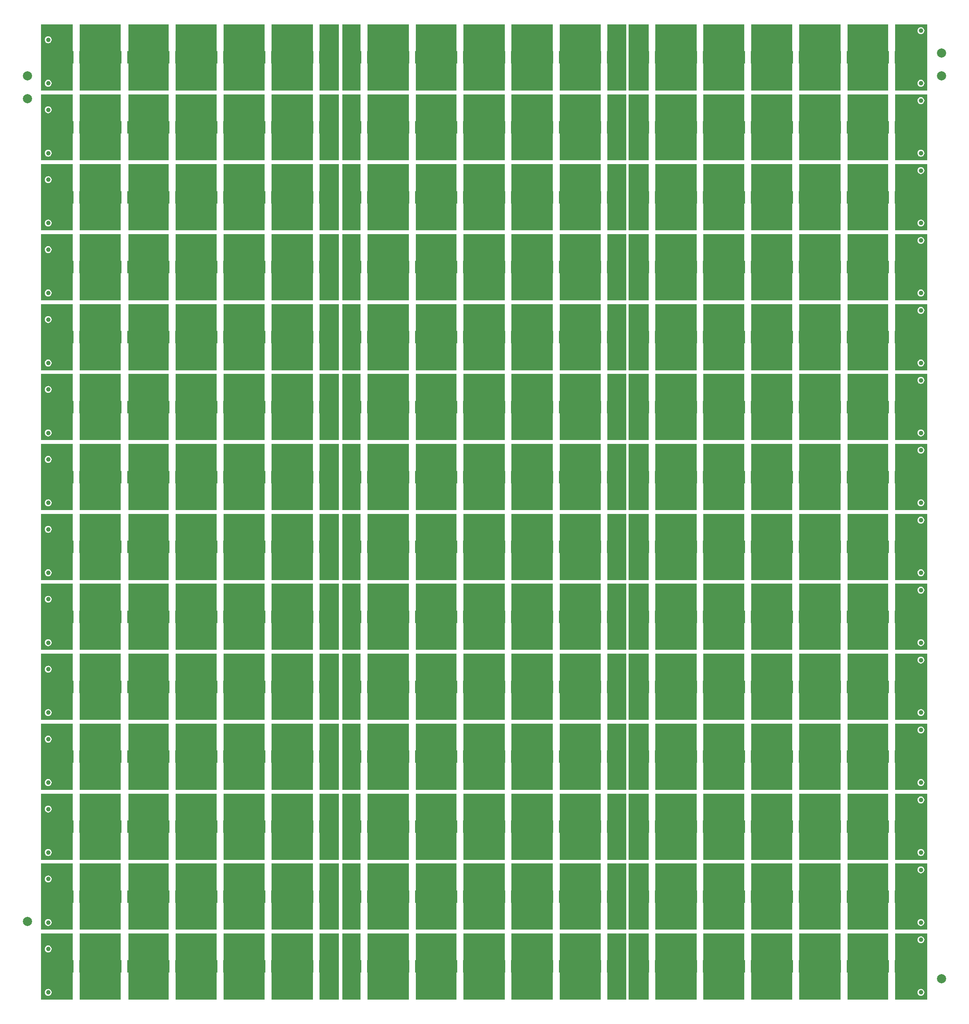
<source format=gbl>
G04 Layer_Physical_Order=2*
G04 Layer_Color=16711680*
%FSLAX44Y44*%
%MOMM*%
G71*
G01*
G75*
%ADD10C,2.0000*%
%ADD12C,1.0000*%
%ADD24R,2.0000X2.8000*%
G36*
X1993881Y1993120D02*
X1923750D01*
Y2137881D01*
X1993881D01*
Y1993120D01*
D02*
G37*
G36*
X1908750D02*
X1819250D01*
Y2137881D01*
X1908750D01*
X1908750Y1993120D01*
D02*
G37*
G36*
X1804000D02*
X1713750D01*
Y2137881D01*
X1804000D01*
X1804000Y1993120D01*
D02*
G37*
G36*
X1698750D02*
X1608750D01*
Y2137881D01*
X1698750D01*
X1698750Y1993120D01*
D02*
G37*
G36*
X1593750D02*
X1504000D01*
Y2137881D01*
X1593750D01*
X1593750Y1993120D01*
D02*
G37*
G36*
X1489000D02*
X1398750D01*
Y2137881D01*
X1489000D01*
X1489000Y1993120D01*
D02*
G37*
G36*
X1384000D02*
X1340750D01*
Y2137881D01*
X1384000D01*
Y1993120D01*
D02*
G37*
G36*
X1335000D02*
X1294000D01*
Y2137881D01*
X1335000D01*
Y1993120D01*
D02*
G37*
G36*
X1279000D02*
X1189250D01*
Y2137881D01*
X1279000D01*
Y1993120D01*
D02*
G37*
G36*
X1174000D02*
X1084000D01*
Y2137881D01*
X1174000D01*
X1174000Y1993120D01*
D02*
G37*
G36*
X1069000D02*
X979000D01*
Y2137881D01*
X1069000D01*
Y1993120D01*
D02*
G37*
G36*
X963750D02*
X874250D01*
Y2137881D01*
X963750D01*
Y1993120D01*
D02*
G37*
G36*
X859000D02*
X769000D01*
Y2137881D01*
X859000D01*
Y1993120D01*
D02*
G37*
G36*
X754000D02*
X714000D01*
Y2137881D01*
X754000D01*
Y1993120D01*
D02*
G37*
G36*
X706000D02*
X664250D01*
Y2137881D01*
X706000D01*
Y1993120D01*
D02*
G37*
G36*
X649250D02*
X559250D01*
Y2137881D01*
X649250D01*
X649250Y1993120D01*
D02*
G37*
G36*
X543750D02*
X454000D01*
Y2137881D01*
X543750D01*
X543750Y1993120D01*
D02*
G37*
G36*
X438750D02*
X349000D01*
Y2137881D01*
X438750D01*
Y1993120D01*
D02*
G37*
G36*
X333750D02*
X245250D01*
Y2137881D01*
X333750D01*
Y1993120D01*
D02*
G37*
G36*
X229000D02*
X139250D01*
Y2137881D01*
X229000D01*
Y1993120D01*
D02*
G37*
G36*
X124000D02*
X54119D01*
Y2137881D01*
X124000D01*
Y1993120D01*
D02*
G37*
G36*
X1993881Y1840119D02*
X1923750D01*
Y1984881D01*
X1993881D01*
Y1840119D01*
D02*
G37*
G36*
X1908750D02*
X1819250D01*
Y1984881D01*
X1908750D01*
X1908750Y1840119D01*
D02*
G37*
G36*
X1804000D02*
X1713750D01*
Y1984881D01*
X1804000D01*
X1804000Y1840119D01*
D02*
G37*
G36*
X1698750D02*
X1608750D01*
Y1984881D01*
X1698750D01*
X1698750Y1840119D01*
D02*
G37*
G36*
X1593750D02*
X1504000D01*
Y1984881D01*
X1593750D01*
X1593750Y1840119D01*
D02*
G37*
G36*
X1489000D02*
X1398750D01*
Y1984881D01*
X1489000D01*
X1489000Y1840119D01*
D02*
G37*
G36*
X1384000D02*
X1340750D01*
Y1984881D01*
X1384000D01*
Y1840119D01*
D02*
G37*
G36*
X1335000D02*
X1294000D01*
Y1984881D01*
X1335000D01*
Y1840119D01*
D02*
G37*
G36*
X1279000D02*
X1189250D01*
Y1984881D01*
X1279000D01*
Y1840119D01*
D02*
G37*
G36*
X1174000D02*
X1084000D01*
Y1984881D01*
X1174000D01*
X1174000Y1840119D01*
D02*
G37*
G36*
X1069000D02*
X979000D01*
Y1984881D01*
X1069000D01*
Y1840119D01*
D02*
G37*
G36*
X963750D02*
X874250D01*
Y1984881D01*
X963750D01*
Y1840119D01*
D02*
G37*
G36*
X859000D02*
X769000D01*
Y1984881D01*
X859000D01*
Y1840119D01*
D02*
G37*
G36*
X754000D02*
X714000D01*
Y1984881D01*
X754000D01*
Y1840119D01*
D02*
G37*
G36*
X706000D02*
X664250D01*
Y1984881D01*
X706000D01*
Y1840119D01*
D02*
G37*
G36*
X649250D02*
X559250D01*
Y1984881D01*
X649250D01*
X649250Y1840119D01*
D02*
G37*
G36*
X543750D02*
X454000D01*
Y1984881D01*
X543750D01*
X543750Y1840119D01*
D02*
G37*
G36*
X438750D02*
X349000D01*
Y1984881D01*
X438750D01*
Y1840119D01*
D02*
G37*
G36*
X333750D02*
X245250D01*
Y1984881D01*
X333750D01*
Y1840119D01*
D02*
G37*
G36*
X229000D02*
X139250D01*
Y1984881D01*
X229000D01*
Y1840119D01*
D02*
G37*
G36*
X124000D02*
X54119D01*
Y1984881D01*
X124000D01*
Y1840119D01*
D02*
G37*
G36*
X1993881Y1687119D02*
X1923750D01*
Y1831881D01*
X1993881D01*
Y1687119D01*
D02*
G37*
G36*
X1908750D02*
X1819250D01*
Y1831881D01*
X1908750D01*
X1908750Y1687119D01*
D02*
G37*
G36*
X1804000D02*
X1713750D01*
Y1831881D01*
X1804000D01*
X1804000Y1687119D01*
D02*
G37*
G36*
X1698750D02*
X1608750D01*
Y1831881D01*
X1698750D01*
X1698750Y1687119D01*
D02*
G37*
G36*
X1593750D02*
X1504000D01*
Y1831881D01*
X1593750D01*
X1593750Y1687119D01*
D02*
G37*
G36*
X1489000D02*
X1398750D01*
Y1831881D01*
X1489000D01*
X1489000Y1687119D01*
D02*
G37*
G36*
X1384000D02*
X1340750D01*
Y1831881D01*
X1384000D01*
Y1687119D01*
D02*
G37*
G36*
X1335000D02*
X1294000D01*
Y1831881D01*
X1335000D01*
Y1687119D01*
D02*
G37*
G36*
X1279000D02*
X1189250D01*
Y1831881D01*
X1279000D01*
Y1687119D01*
D02*
G37*
G36*
X1174000D02*
X1084000D01*
Y1831881D01*
X1174000D01*
X1174000Y1687119D01*
D02*
G37*
G36*
X1069000D02*
X979000D01*
Y1831881D01*
X1069000D01*
Y1687119D01*
D02*
G37*
G36*
X963750D02*
X874250D01*
Y1831881D01*
X963750D01*
Y1687119D01*
D02*
G37*
G36*
X859000D02*
X769000D01*
Y1831881D01*
X859000D01*
Y1687119D01*
D02*
G37*
G36*
X754000D02*
X714000D01*
Y1831881D01*
X754000D01*
Y1687119D01*
D02*
G37*
G36*
X706000D02*
X664250D01*
Y1831881D01*
X706000D01*
Y1687119D01*
D02*
G37*
G36*
X649250D02*
X559250D01*
Y1831881D01*
X649250D01*
X649250Y1687119D01*
D02*
G37*
G36*
X543750D02*
X454000D01*
Y1831881D01*
X543750D01*
X543750Y1687119D01*
D02*
G37*
G36*
X438750D02*
X349000D01*
Y1831881D01*
X438750D01*
Y1687119D01*
D02*
G37*
G36*
X333750D02*
X245250D01*
Y1831881D01*
X333750D01*
Y1687119D01*
D02*
G37*
G36*
X229000D02*
X139250D01*
Y1831881D01*
X229000D01*
Y1687119D01*
D02*
G37*
G36*
X124000D02*
X54119D01*
Y1831881D01*
X124000D01*
Y1687119D01*
D02*
G37*
G36*
X1993881Y1534119D02*
X1923750D01*
Y1678881D01*
X1993881D01*
Y1534119D01*
D02*
G37*
G36*
X1908750D02*
X1819250D01*
Y1678881D01*
X1908750D01*
X1908750Y1534119D01*
D02*
G37*
G36*
X1804000D02*
X1713750D01*
Y1678881D01*
X1804000D01*
X1804000Y1534119D01*
D02*
G37*
G36*
X1698750D02*
X1608750D01*
Y1678881D01*
X1698750D01*
X1698750Y1534119D01*
D02*
G37*
G36*
X1593750D02*
X1504000D01*
Y1678881D01*
X1593750D01*
X1593750Y1534119D01*
D02*
G37*
G36*
X1489000D02*
X1398750D01*
Y1678881D01*
X1489000D01*
X1489000Y1534119D01*
D02*
G37*
G36*
X1384000D02*
X1340750D01*
Y1678881D01*
X1384000D01*
Y1534119D01*
D02*
G37*
G36*
X1335000D02*
X1294000D01*
Y1678881D01*
X1335000D01*
Y1534119D01*
D02*
G37*
G36*
X1279000D02*
X1189250D01*
Y1678881D01*
X1279000D01*
Y1534119D01*
D02*
G37*
G36*
X1174000D02*
X1084000D01*
Y1678881D01*
X1174000D01*
X1174000Y1534119D01*
D02*
G37*
G36*
X1069000D02*
X979000D01*
Y1678881D01*
X1069000D01*
Y1534119D01*
D02*
G37*
G36*
X963750D02*
X874250D01*
Y1678881D01*
X963750D01*
Y1534119D01*
D02*
G37*
G36*
X859000D02*
X769000D01*
Y1678881D01*
X859000D01*
Y1534119D01*
D02*
G37*
G36*
X754000D02*
X714000D01*
Y1678881D01*
X754000D01*
Y1534119D01*
D02*
G37*
G36*
X706000D02*
X664250D01*
Y1678881D01*
X706000D01*
Y1534119D01*
D02*
G37*
G36*
X649250D02*
X559250D01*
Y1678881D01*
X649250D01*
X649250Y1534119D01*
D02*
G37*
G36*
X543750D02*
X454000D01*
Y1678881D01*
X543750D01*
X543750Y1534119D01*
D02*
G37*
G36*
X438750D02*
X349000D01*
Y1678881D01*
X438750D01*
Y1534119D01*
D02*
G37*
G36*
X333750D02*
X245250D01*
Y1678881D01*
X333750D01*
Y1534119D01*
D02*
G37*
G36*
X229000D02*
X139250D01*
Y1678881D01*
X229000D01*
Y1534119D01*
D02*
G37*
G36*
X124000D02*
X54119D01*
Y1678881D01*
X124000D01*
Y1534119D01*
D02*
G37*
G36*
X1993881Y1381119D02*
X1923750D01*
Y1525881D01*
X1993881D01*
Y1381119D01*
D02*
G37*
G36*
X1908750D02*
X1819250D01*
Y1525881D01*
X1908750D01*
X1908750Y1381119D01*
D02*
G37*
G36*
X1804000D02*
X1713750D01*
Y1525881D01*
X1804000D01*
X1804000Y1381119D01*
D02*
G37*
G36*
X1698750D02*
X1608750D01*
Y1525881D01*
X1698750D01*
X1698750Y1381119D01*
D02*
G37*
G36*
X1593750D02*
X1504000D01*
Y1525881D01*
X1593750D01*
X1593750Y1381119D01*
D02*
G37*
G36*
X1489000D02*
X1398750D01*
Y1525881D01*
X1489000D01*
X1489000Y1381119D01*
D02*
G37*
G36*
X1384000D02*
X1340750D01*
Y1525881D01*
X1384000D01*
Y1381119D01*
D02*
G37*
G36*
X1335000D02*
X1294000D01*
Y1525881D01*
X1335000D01*
Y1381119D01*
D02*
G37*
G36*
X1279000D02*
X1189250D01*
Y1525881D01*
X1279000D01*
Y1381119D01*
D02*
G37*
G36*
X1174000D02*
X1084000D01*
Y1525881D01*
X1174000D01*
X1174000Y1381119D01*
D02*
G37*
G36*
X1069000D02*
X979000D01*
Y1525881D01*
X1069000D01*
Y1381119D01*
D02*
G37*
G36*
X963750D02*
X874250D01*
Y1525881D01*
X963750D01*
Y1381119D01*
D02*
G37*
G36*
X859000D02*
X769000D01*
Y1525881D01*
X859000D01*
Y1381119D01*
D02*
G37*
G36*
X754000D02*
X714000D01*
Y1525881D01*
X754000D01*
Y1381119D01*
D02*
G37*
G36*
X706000D02*
X664250D01*
Y1525881D01*
X706000D01*
Y1381119D01*
D02*
G37*
G36*
X649250D02*
X559250D01*
Y1525881D01*
X649250D01*
X649250Y1381119D01*
D02*
G37*
G36*
X543750D02*
X454000D01*
Y1525881D01*
X543750D01*
X543750Y1381119D01*
D02*
G37*
G36*
X438750D02*
X349000D01*
Y1525881D01*
X438750D01*
Y1381119D01*
D02*
G37*
G36*
X333750D02*
X245250D01*
Y1525881D01*
X333750D01*
Y1381119D01*
D02*
G37*
G36*
X229000D02*
X139250D01*
Y1525881D01*
X229000D01*
Y1381119D01*
D02*
G37*
G36*
X124000D02*
X54119D01*
Y1525881D01*
X124000D01*
Y1381119D01*
D02*
G37*
G36*
X1993881Y1228119D02*
X1923750D01*
Y1372881D01*
X1993881D01*
Y1228119D01*
D02*
G37*
G36*
X1908750D02*
X1819250D01*
Y1372881D01*
X1908750D01*
X1908750Y1228119D01*
D02*
G37*
G36*
X1804000D02*
X1713750D01*
Y1372881D01*
X1804000D01*
X1804000Y1228119D01*
D02*
G37*
G36*
X1698750D02*
X1608750D01*
Y1372881D01*
X1698750D01*
X1698750Y1228119D01*
D02*
G37*
G36*
X1593750D02*
X1504000D01*
Y1372881D01*
X1593750D01*
X1593750Y1228119D01*
D02*
G37*
G36*
X1489000D02*
X1398750D01*
Y1372881D01*
X1489000D01*
X1489000Y1228119D01*
D02*
G37*
G36*
X1384000D02*
X1340750D01*
Y1372881D01*
X1384000D01*
Y1228119D01*
D02*
G37*
G36*
X1335000D02*
X1294000D01*
Y1372881D01*
X1335000D01*
Y1228119D01*
D02*
G37*
G36*
X1279000D02*
X1189250D01*
Y1372881D01*
X1279000D01*
Y1228119D01*
D02*
G37*
G36*
X1174000D02*
X1084000D01*
Y1372881D01*
X1174000D01*
X1174000Y1228119D01*
D02*
G37*
G36*
X1069000D02*
X979000D01*
Y1372881D01*
X1069000D01*
Y1228119D01*
D02*
G37*
G36*
X963750D02*
X874250D01*
Y1372881D01*
X963750D01*
Y1228119D01*
D02*
G37*
G36*
X859000D02*
X769000D01*
Y1372881D01*
X859000D01*
Y1228119D01*
D02*
G37*
G36*
X754000D02*
X714000D01*
Y1372881D01*
X754000D01*
Y1228119D01*
D02*
G37*
G36*
X706000D02*
X664250D01*
Y1372881D01*
X706000D01*
Y1228119D01*
D02*
G37*
G36*
X649250D02*
X559250D01*
Y1372881D01*
X649250D01*
X649250Y1228119D01*
D02*
G37*
G36*
X543750D02*
X454000D01*
Y1372881D01*
X543750D01*
X543750Y1228119D01*
D02*
G37*
G36*
X438750D02*
X349000D01*
Y1372881D01*
X438750D01*
Y1228119D01*
D02*
G37*
G36*
X333750D02*
X245250D01*
Y1372881D01*
X333750D01*
Y1228119D01*
D02*
G37*
G36*
X229000D02*
X139250D01*
Y1372881D01*
X229000D01*
Y1228119D01*
D02*
G37*
G36*
X124000D02*
X54119D01*
Y1372881D01*
X124000D01*
Y1228119D01*
D02*
G37*
G36*
X1993881Y1075119D02*
X1923750D01*
Y1219881D01*
X1993881D01*
Y1075119D01*
D02*
G37*
G36*
X1908750D02*
X1819250D01*
Y1219881D01*
X1908750D01*
X1908750Y1075119D01*
D02*
G37*
G36*
X1804000D02*
X1713750D01*
Y1219881D01*
X1804000D01*
X1804000Y1075119D01*
D02*
G37*
G36*
X1698750D02*
X1608750D01*
Y1219881D01*
X1698750D01*
X1698750Y1075119D01*
D02*
G37*
G36*
X1593750D02*
X1504000D01*
Y1219881D01*
X1593750D01*
X1593750Y1075119D01*
D02*
G37*
G36*
X1489000D02*
X1398750D01*
Y1219881D01*
X1489000D01*
X1489000Y1075119D01*
D02*
G37*
G36*
X1384000D02*
X1340750D01*
Y1219881D01*
X1384000D01*
Y1075119D01*
D02*
G37*
G36*
X1335000D02*
X1294000D01*
Y1219881D01*
X1335000D01*
Y1075119D01*
D02*
G37*
G36*
X1279000D02*
X1189250D01*
Y1219881D01*
X1279000D01*
Y1075119D01*
D02*
G37*
G36*
X1174000D02*
X1084000D01*
Y1219881D01*
X1174000D01*
X1174000Y1075119D01*
D02*
G37*
G36*
X1069000D02*
X979000D01*
Y1219881D01*
X1069000D01*
Y1075119D01*
D02*
G37*
G36*
X963750D02*
X874250D01*
Y1219881D01*
X963750D01*
Y1075119D01*
D02*
G37*
G36*
X859000D02*
X769000D01*
Y1219881D01*
X859000D01*
Y1075119D01*
D02*
G37*
G36*
X754000D02*
X714000D01*
Y1219881D01*
X754000D01*
Y1075119D01*
D02*
G37*
G36*
X706000D02*
X664250D01*
Y1219881D01*
X706000D01*
Y1075119D01*
D02*
G37*
G36*
X649250D02*
X559250D01*
Y1219881D01*
X649250D01*
X649250Y1075119D01*
D02*
G37*
G36*
X543750D02*
X454000D01*
Y1219881D01*
X543750D01*
X543750Y1075119D01*
D02*
G37*
G36*
X438750D02*
X349000D01*
Y1219881D01*
X438750D01*
Y1075119D01*
D02*
G37*
G36*
X333750D02*
X245250D01*
Y1219881D01*
X333750D01*
Y1075119D01*
D02*
G37*
G36*
X229000D02*
X139250D01*
Y1219881D01*
X229000D01*
Y1075119D01*
D02*
G37*
G36*
X124000D02*
X54119D01*
Y1219881D01*
X124000D01*
Y1075119D01*
D02*
G37*
G36*
X1993881Y922119D02*
X1923750D01*
Y1066881D01*
X1993881D01*
Y922119D01*
D02*
G37*
G36*
X1908750D02*
X1819250D01*
Y1066881D01*
X1908750D01*
X1908750Y922119D01*
D02*
G37*
G36*
X1804000D02*
X1713750D01*
Y1066881D01*
X1804000D01*
X1804000Y922119D01*
D02*
G37*
G36*
X1698750D02*
X1608750D01*
Y1066881D01*
X1698750D01*
X1698750Y922119D01*
D02*
G37*
G36*
X1593750D02*
X1504000D01*
Y1066881D01*
X1593750D01*
X1593750Y922119D01*
D02*
G37*
G36*
X1489000D02*
X1398750D01*
Y1066881D01*
X1489000D01*
X1489000Y922119D01*
D02*
G37*
G36*
X1384000D02*
X1340750D01*
Y1066881D01*
X1384000D01*
Y922119D01*
D02*
G37*
G36*
X1335000D02*
X1294000D01*
Y1066881D01*
X1335000D01*
Y922119D01*
D02*
G37*
G36*
X1279000D02*
X1189250D01*
Y1066881D01*
X1279000D01*
Y922119D01*
D02*
G37*
G36*
X1174000D02*
X1084000D01*
Y1066881D01*
X1174000D01*
X1174000Y922119D01*
D02*
G37*
G36*
X1069000D02*
X979000D01*
Y1066881D01*
X1069000D01*
Y922119D01*
D02*
G37*
G36*
X963750D02*
X874250D01*
Y1066881D01*
X963750D01*
Y922119D01*
D02*
G37*
G36*
X859000D02*
X769000D01*
Y1066881D01*
X859000D01*
Y922119D01*
D02*
G37*
G36*
X754000D02*
X714000D01*
Y1066881D01*
X754000D01*
Y922119D01*
D02*
G37*
G36*
X706000D02*
X664250D01*
Y1066881D01*
X706000D01*
Y922119D01*
D02*
G37*
G36*
X649250D02*
X559250D01*
Y1066881D01*
X649250D01*
X649250Y922119D01*
D02*
G37*
G36*
X543750D02*
X454000D01*
Y1066881D01*
X543750D01*
X543750Y922119D01*
D02*
G37*
G36*
X438750D02*
X349000D01*
Y1066881D01*
X438750D01*
Y922119D01*
D02*
G37*
G36*
X333750D02*
X245250D01*
Y1066881D01*
X333750D01*
Y922119D01*
D02*
G37*
G36*
X229000D02*
X139250D01*
Y1066881D01*
X229000D01*
Y922119D01*
D02*
G37*
G36*
X124000D02*
X54119D01*
Y1066881D01*
X124000D01*
Y922119D01*
D02*
G37*
G36*
X1993881Y769119D02*
X1923750D01*
Y913881D01*
X1993881D01*
Y769119D01*
D02*
G37*
G36*
X1908750D02*
X1819250D01*
Y913881D01*
X1908750D01*
X1908750Y769119D01*
D02*
G37*
G36*
X1804000D02*
X1713750D01*
Y913881D01*
X1804000D01*
X1804000Y769119D01*
D02*
G37*
G36*
X1698750D02*
X1608750D01*
Y913881D01*
X1698750D01*
X1698750Y769119D01*
D02*
G37*
G36*
X1593750D02*
X1504000D01*
Y913881D01*
X1593750D01*
X1593750Y769119D01*
D02*
G37*
G36*
X1489000D02*
X1398750D01*
Y913881D01*
X1489000D01*
X1489000Y769119D01*
D02*
G37*
G36*
X1384000D02*
X1340750D01*
Y913881D01*
X1384000D01*
Y769119D01*
D02*
G37*
G36*
X1335000D02*
X1294000D01*
Y913881D01*
X1335000D01*
Y769119D01*
D02*
G37*
G36*
X1279000D02*
X1189250D01*
Y913881D01*
X1279000D01*
Y769119D01*
D02*
G37*
G36*
X1174000D02*
X1084000D01*
Y913881D01*
X1174000D01*
X1174000Y769119D01*
D02*
G37*
G36*
X1069000D02*
X979000D01*
Y913881D01*
X1069000D01*
Y769119D01*
D02*
G37*
G36*
X963750D02*
X874250D01*
Y913881D01*
X963750D01*
Y769119D01*
D02*
G37*
G36*
X859000D02*
X769000D01*
Y913881D01*
X859000D01*
Y769119D01*
D02*
G37*
G36*
X754000D02*
X714000D01*
Y913881D01*
X754000D01*
Y769119D01*
D02*
G37*
G36*
X706000D02*
X664250D01*
Y913881D01*
X706000D01*
Y769119D01*
D02*
G37*
G36*
X649250D02*
X559250D01*
Y913881D01*
X649250D01*
X649250Y769119D01*
D02*
G37*
G36*
X543750D02*
X454000D01*
Y913881D01*
X543750D01*
X543750Y769119D01*
D02*
G37*
G36*
X438750D02*
X349000D01*
Y913881D01*
X438750D01*
Y769119D01*
D02*
G37*
G36*
X333750D02*
X245250D01*
Y913881D01*
X333750D01*
Y769119D01*
D02*
G37*
G36*
X229000D02*
X139250D01*
Y913881D01*
X229000D01*
Y769119D01*
D02*
G37*
G36*
X124000D02*
X54119D01*
Y913881D01*
X124000D01*
Y769119D01*
D02*
G37*
G36*
X1993881Y616119D02*
X1923750D01*
Y760881D01*
X1993881D01*
Y616119D01*
D02*
G37*
G36*
X1908750D02*
X1819250D01*
Y760881D01*
X1908750D01*
X1908750Y616119D01*
D02*
G37*
G36*
X1804000D02*
X1713750D01*
Y760881D01*
X1804000D01*
X1804000Y616119D01*
D02*
G37*
G36*
X1698750D02*
X1608750D01*
Y760881D01*
X1698750D01*
X1698750Y616119D01*
D02*
G37*
G36*
X1593750D02*
X1504000D01*
Y760881D01*
X1593750D01*
X1593750Y616119D01*
D02*
G37*
G36*
X1489000D02*
X1398750D01*
Y760881D01*
X1489000D01*
X1489000Y616119D01*
D02*
G37*
G36*
X1384000D02*
X1340750D01*
Y760881D01*
X1384000D01*
Y616119D01*
D02*
G37*
G36*
X1335000D02*
X1294000D01*
Y760881D01*
X1335000D01*
Y616119D01*
D02*
G37*
G36*
X1279000D02*
X1189250D01*
Y760881D01*
X1279000D01*
Y616119D01*
D02*
G37*
G36*
X1174000D02*
X1084000D01*
Y760881D01*
X1174000D01*
X1174000Y616119D01*
D02*
G37*
G36*
X1069000D02*
X979000D01*
Y760881D01*
X1069000D01*
Y616119D01*
D02*
G37*
G36*
X963750D02*
X874250D01*
Y760881D01*
X963750D01*
Y616119D01*
D02*
G37*
G36*
X859000D02*
X769000D01*
Y760881D01*
X859000D01*
Y616119D01*
D02*
G37*
G36*
X754000D02*
X714000D01*
Y760881D01*
X754000D01*
Y616119D01*
D02*
G37*
G36*
X706000D02*
X664250D01*
Y760881D01*
X706000D01*
Y616119D01*
D02*
G37*
G36*
X649250D02*
X559250D01*
Y760881D01*
X649250D01*
X649250Y616119D01*
D02*
G37*
G36*
X543750D02*
X454000D01*
Y760881D01*
X543750D01*
X543750Y616119D01*
D02*
G37*
G36*
X438750D02*
X349000D01*
Y760881D01*
X438750D01*
Y616119D01*
D02*
G37*
G36*
X333750D02*
X245250D01*
Y760881D01*
X333750D01*
Y616119D01*
D02*
G37*
G36*
X229000D02*
X139250D01*
Y760881D01*
X229000D01*
Y616119D01*
D02*
G37*
G36*
X124000D02*
X54119D01*
Y760881D01*
X124000D01*
Y616119D01*
D02*
G37*
G36*
X1993881Y463119D02*
X1923750D01*
Y607881D01*
X1993881D01*
Y463119D01*
D02*
G37*
G36*
X1908750D02*
X1819250D01*
Y607881D01*
X1908750D01*
X1908750Y463119D01*
D02*
G37*
G36*
X1804000D02*
X1713750D01*
Y607881D01*
X1804000D01*
X1804000Y463119D01*
D02*
G37*
G36*
X1698750D02*
X1608750D01*
Y607881D01*
X1698750D01*
X1698750Y463119D01*
D02*
G37*
G36*
X1593750D02*
X1504000D01*
Y607881D01*
X1593750D01*
X1593750Y463119D01*
D02*
G37*
G36*
X1489000D02*
X1398750D01*
Y607881D01*
X1489000D01*
X1489000Y463119D01*
D02*
G37*
G36*
X1384000D02*
X1340750D01*
Y607881D01*
X1384000D01*
Y463119D01*
D02*
G37*
G36*
X1335000D02*
X1294000D01*
Y607881D01*
X1335000D01*
Y463119D01*
D02*
G37*
G36*
X1279000D02*
X1189250D01*
Y607881D01*
X1279000D01*
Y463119D01*
D02*
G37*
G36*
X1174000D02*
X1084000D01*
Y607881D01*
X1174000D01*
X1174000Y463119D01*
D02*
G37*
G36*
X1069000D02*
X979000D01*
Y607881D01*
X1069000D01*
Y463119D01*
D02*
G37*
G36*
X963750D02*
X874250D01*
Y607881D01*
X963750D01*
Y463119D01*
D02*
G37*
G36*
X859000D02*
X769000D01*
Y607881D01*
X859000D01*
Y463119D01*
D02*
G37*
G36*
X754000D02*
X714000D01*
Y607881D01*
X754000D01*
Y463119D01*
D02*
G37*
G36*
X706000D02*
X664250D01*
Y607881D01*
X706000D01*
Y463119D01*
D02*
G37*
G36*
X649250D02*
X559250D01*
Y607881D01*
X649250D01*
X649250Y463119D01*
D02*
G37*
G36*
X543750D02*
X454000D01*
Y607881D01*
X543750D01*
X543750Y463119D01*
D02*
G37*
G36*
X438750D02*
X349000D01*
Y607881D01*
X438750D01*
Y463119D01*
D02*
G37*
G36*
X333750D02*
X245250D01*
Y607881D01*
X333750D01*
Y463119D01*
D02*
G37*
G36*
X229000D02*
X139250D01*
Y607881D01*
X229000D01*
Y463119D01*
D02*
G37*
G36*
X124000D02*
X54119D01*
Y607881D01*
X124000D01*
Y463119D01*
D02*
G37*
G36*
X1993881Y310119D02*
X1923750D01*
Y454881D01*
X1993881D01*
Y310119D01*
D02*
G37*
G36*
X1908750D02*
X1819250D01*
Y454881D01*
X1908750D01*
X1908750Y310119D01*
D02*
G37*
G36*
X1804000D02*
X1713750D01*
Y454881D01*
X1804000D01*
X1804000Y310119D01*
D02*
G37*
G36*
X1698750D02*
X1608750D01*
Y454881D01*
X1698750D01*
X1698750Y310119D01*
D02*
G37*
G36*
X1593750D02*
X1504000D01*
Y454881D01*
X1593750D01*
X1593750Y310119D01*
D02*
G37*
G36*
X1489000D02*
X1398750D01*
Y454881D01*
X1489000D01*
X1489000Y310119D01*
D02*
G37*
G36*
X1384000D02*
X1340750D01*
Y454881D01*
X1384000D01*
Y310119D01*
D02*
G37*
G36*
X1335000D02*
X1294000D01*
Y454881D01*
X1335000D01*
Y310119D01*
D02*
G37*
G36*
X1279000D02*
X1189250D01*
Y454881D01*
X1279000D01*
Y310119D01*
D02*
G37*
G36*
X1174000D02*
X1084000D01*
Y454881D01*
X1174000D01*
X1174000Y310119D01*
D02*
G37*
G36*
X1069000D02*
X979000D01*
Y454881D01*
X1069000D01*
Y310119D01*
D02*
G37*
G36*
X963750D02*
X874250D01*
Y454881D01*
X963750D01*
Y310119D01*
D02*
G37*
G36*
X859000D02*
X769000D01*
Y454881D01*
X859000D01*
Y310119D01*
D02*
G37*
G36*
X754000D02*
X714000D01*
Y454881D01*
X754000D01*
Y310119D01*
D02*
G37*
G36*
X706000D02*
X664250D01*
Y454881D01*
X706000D01*
Y310119D01*
D02*
G37*
G36*
X649250D02*
X559250D01*
Y454881D01*
X649250D01*
X649250Y310119D01*
D02*
G37*
G36*
X543750D02*
X454000D01*
Y454881D01*
X543750D01*
X543750Y310119D01*
D02*
G37*
G36*
X438750D02*
X349000D01*
Y454881D01*
X438750D01*
Y310119D01*
D02*
G37*
G36*
X333750D02*
X245250D01*
Y454881D01*
X333750D01*
Y310119D01*
D02*
G37*
G36*
X229000D02*
X139250D01*
Y454881D01*
X229000D01*
Y310119D01*
D02*
G37*
G36*
X124000D02*
X54119D01*
Y454881D01*
X124000D01*
Y310119D01*
D02*
G37*
G36*
X1993881Y157119D02*
X1923750D01*
Y301881D01*
X1993881D01*
Y157119D01*
D02*
G37*
G36*
X1908750D02*
X1819250D01*
Y301881D01*
X1908750D01*
X1908750Y157119D01*
D02*
G37*
G36*
X1804000D02*
X1713750D01*
Y301881D01*
X1804000D01*
X1804000Y157119D01*
D02*
G37*
G36*
X1698750D02*
X1608750D01*
Y301881D01*
X1698750D01*
X1698750Y157119D01*
D02*
G37*
G36*
X1593750D02*
X1504000D01*
Y301881D01*
X1593750D01*
X1593750Y157119D01*
D02*
G37*
G36*
X1489000D02*
X1398750D01*
Y301881D01*
X1489000D01*
X1489000Y157119D01*
D02*
G37*
G36*
X1384000D02*
X1340750D01*
Y301881D01*
X1384000D01*
Y157119D01*
D02*
G37*
G36*
X1335000D02*
X1294000D01*
Y301881D01*
X1335000D01*
Y157119D01*
D02*
G37*
G36*
X1279000D02*
X1189250D01*
Y301881D01*
X1279000D01*
Y157119D01*
D02*
G37*
G36*
X1174000D02*
X1084000D01*
Y301881D01*
X1174000D01*
X1174000Y157119D01*
D02*
G37*
G36*
X1069000D02*
X979000D01*
Y301881D01*
X1069000D01*
Y157119D01*
D02*
G37*
G36*
X963750D02*
X874250D01*
Y301881D01*
X963750D01*
Y157119D01*
D02*
G37*
G36*
X859000D02*
X769000D01*
Y301881D01*
X859000D01*
Y157119D01*
D02*
G37*
G36*
X754000D02*
X714000D01*
Y301881D01*
X754000D01*
Y157119D01*
D02*
G37*
G36*
X706000D02*
X664250D01*
Y301881D01*
X706000D01*
Y157119D01*
D02*
G37*
G36*
X649250D02*
X559250D01*
Y301881D01*
X649250D01*
X649250Y157119D01*
D02*
G37*
G36*
X543750D02*
X454000D01*
Y301881D01*
X543750D01*
X543750Y157119D01*
D02*
G37*
G36*
X438750D02*
X349000D01*
Y301881D01*
X438750D01*
Y157119D01*
D02*
G37*
G36*
X333750D02*
X245250D01*
Y301881D01*
X333750D01*
Y157119D01*
D02*
G37*
G36*
X229000D02*
X139250D01*
Y301881D01*
X229000D01*
Y157119D01*
D02*
G37*
G36*
X124000D02*
X54119D01*
Y301881D01*
X124000D01*
Y157119D01*
D02*
G37*
G36*
X1993881Y4119D02*
X1923750D01*
Y148881D01*
X1993881D01*
Y4119D01*
D02*
G37*
G36*
X1908750D02*
X1819250D01*
Y148881D01*
X1908750D01*
X1908750Y4119D01*
D02*
G37*
G36*
X1804000D02*
X1713750D01*
Y148881D01*
X1804000D01*
X1804000Y4119D01*
D02*
G37*
G36*
X1698750D02*
X1608750D01*
Y148881D01*
X1698750D01*
X1698750Y4119D01*
D02*
G37*
G36*
X1593750D02*
X1504000D01*
Y148881D01*
X1593750D01*
X1593750Y4119D01*
D02*
G37*
G36*
X1489000D02*
X1398750D01*
Y148881D01*
X1489000D01*
X1489000Y4119D01*
D02*
G37*
G36*
X1384000D02*
X1340750D01*
Y148881D01*
X1384000D01*
Y4119D01*
D02*
G37*
G36*
X1335000D02*
X1294000D01*
Y148881D01*
X1335000D01*
Y4119D01*
D02*
G37*
G36*
X1279000D02*
X1189250D01*
Y148881D01*
X1279000D01*
Y4119D01*
D02*
G37*
G36*
X1174000D02*
X1084000D01*
Y148881D01*
X1174000D01*
X1174000Y4119D01*
D02*
G37*
G36*
X1069000D02*
X979000D01*
Y148881D01*
X1069000D01*
Y4119D01*
D02*
G37*
G36*
X963750D02*
X874250D01*
Y148881D01*
X963750D01*
Y4119D01*
D02*
G37*
G36*
X859000D02*
X769000D01*
Y148881D01*
X859000D01*
Y4119D01*
D02*
G37*
G36*
X754000D02*
X714000D01*
Y148881D01*
X754000D01*
Y4119D01*
D02*
G37*
G36*
X706000D02*
X664250D01*
Y148881D01*
X706000D01*
Y4119D01*
D02*
G37*
G36*
X649250D02*
X559250D01*
Y148881D01*
X649250D01*
X649250Y4119D01*
D02*
G37*
G36*
X543750D02*
X454000D01*
Y148881D01*
X543750D01*
X543750Y4119D01*
D02*
G37*
G36*
X438750D02*
X349000D01*
Y148881D01*
X438750D01*
Y4119D01*
D02*
G37*
G36*
X333750D02*
X245250D01*
Y148881D01*
X333750D01*
Y4119D01*
D02*
G37*
G36*
X229000D02*
X139250D01*
Y148881D01*
X229000D01*
Y4119D01*
D02*
G37*
G36*
X124000D02*
X54119D01*
Y148881D01*
X124000D01*
Y4119D01*
D02*
G37*
%LPC*%
G36*
X1980000Y2131605D02*
X1978032Y2131346D01*
X1976198Y2130587D01*
X1974622Y2129378D01*
X1973414Y2127803D01*
X1972654Y2125969D01*
X1972395Y2124000D01*
X1972654Y2122032D01*
X1973414Y2120198D01*
X1974622Y2118623D01*
X1976198Y2117414D01*
X1978032Y2116654D01*
X1980000Y2116395D01*
X1981968Y2116654D01*
X1983803Y2117414D01*
X1985378Y2118623D01*
X1986586Y2120198D01*
X1987346Y2122032D01*
X1987605Y2124000D01*
X1987346Y2125969D01*
X1986586Y2127803D01*
X1985378Y2129378D01*
X1983803Y2130587D01*
X1981968Y2131346D01*
X1980000Y2131605D01*
D02*
G37*
G36*
Y2016605D02*
X1978032Y2016346D01*
X1976198Y2015587D01*
X1974622Y2014378D01*
X1973414Y2012803D01*
X1972654Y2010969D01*
X1972395Y2009000D01*
X1972654Y2007032D01*
X1973414Y2005198D01*
X1974622Y2003623D01*
X1976198Y2002414D01*
X1978032Y2001654D01*
X1980000Y2001395D01*
X1981968Y2001654D01*
X1983803Y2002414D01*
X1985378Y2003623D01*
X1986586Y2005198D01*
X1987346Y2007032D01*
X1987605Y2009000D01*
X1987346Y2010969D01*
X1986586Y2012803D01*
X1985378Y2014378D01*
X1983803Y2015587D01*
X1981968Y2016346D01*
X1980000Y2016605D01*
D02*
G37*
G36*
X70000Y2111605D02*
X68032Y2111346D01*
X66198Y2110587D01*
X64623Y2109378D01*
X63414Y2107803D01*
X62654Y2105969D01*
X62395Y2104000D01*
X62654Y2102032D01*
X63414Y2100198D01*
X64623Y2098623D01*
X66198Y2097414D01*
X68032Y2096654D01*
X70000Y2096395D01*
X71968Y2096654D01*
X73803Y2097414D01*
X75378Y2098623D01*
X76586Y2100198D01*
X77346Y2102032D01*
X77605Y2104000D01*
X77346Y2105969D01*
X76586Y2107803D01*
X75378Y2109378D01*
X73803Y2110587D01*
X71968Y2111346D01*
X70000Y2111605D01*
D02*
G37*
G36*
Y2016605D02*
X68032Y2016346D01*
X66198Y2015587D01*
X64623Y2014378D01*
X63414Y2012803D01*
X62654Y2010969D01*
X62395Y2009000D01*
X62654Y2007032D01*
X63414Y2005198D01*
X64623Y2003623D01*
X66198Y2002414D01*
X68032Y2001654D01*
X70000Y2001395D01*
X71968Y2001654D01*
X73803Y2002414D01*
X75378Y2003623D01*
X76586Y2005198D01*
X77346Y2007032D01*
X77605Y2009000D01*
X77346Y2010969D01*
X76586Y2012803D01*
X75378Y2014378D01*
X73803Y2015587D01*
X71968Y2016346D01*
X70000Y2016605D01*
D02*
G37*
G36*
X1980000Y1978605D02*
X1978032Y1978346D01*
X1976198Y1977587D01*
X1974622Y1976378D01*
X1973414Y1974803D01*
X1972654Y1972969D01*
X1972395Y1971000D01*
X1972654Y1969032D01*
X1973414Y1967198D01*
X1974622Y1965623D01*
X1976198Y1964414D01*
X1978032Y1963654D01*
X1980000Y1963395D01*
X1981968Y1963654D01*
X1983803Y1964414D01*
X1985378Y1965623D01*
X1986586Y1967198D01*
X1987346Y1969032D01*
X1987605Y1971000D01*
X1987346Y1972969D01*
X1986586Y1974803D01*
X1985378Y1976378D01*
X1983803Y1977587D01*
X1981968Y1978346D01*
X1980000Y1978605D01*
D02*
G37*
G36*
Y1863605D02*
X1978032Y1863346D01*
X1976198Y1862587D01*
X1974622Y1861378D01*
X1973414Y1859803D01*
X1972654Y1857969D01*
X1972395Y1856000D01*
X1972654Y1854032D01*
X1973414Y1852198D01*
X1974622Y1850623D01*
X1976198Y1849414D01*
X1978032Y1848654D01*
X1980000Y1848395D01*
X1981968Y1848654D01*
X1983803Y1849414D01*
X1985378Y1850623D01*
X1986586Y1852198D01*
X1987346Y1854032D01*
X1987605Y1856000D01*
X1987346Y1857969D01*
X1986586Y1859803D01*
X1985378Y1861378D01*
X1983803Y1862587D01*
X1981968Y1863346D01*
X1980000Y1863605D01*
D02*
G37*
G36*
X70000Y1958605D02*
X68032Y1958346D01*
X66198Y1957587D01*
X64623Y1956378D01*
X63414Y1954803D01*
X62654Y1952969D01*
X62395Y1951000D01*
X62654Y1949032D01*
X63414Y1947198D01*
X64623Y1945623D01*
X66198Y1944414D01*
X68032Y1943654D01*
X70000Y1943395D01*
X71968Y1943654D01*
X73803Y1944414D01*
X75378Y1945623D01*
X76586Y1947198D01*
X77346Y1949032D01*
X77605Y1951000D01*
X77346Y1952969D01*
X76586Y1954803D01*
X75378Y1956378D01*
X73803Y1957587D01*
X71968Y1958346D01*
X70000Y1958605D01*
D02*
G37*
G36*
Y1863605D02*
X68032Y1863346D01*
X66198Y1862587D01*
X64623Y1861378D01*
X63414Y1859803D01*
X62654Y1857969D01*
X62395Y1856000D01*
X62654Y1854032D01*
X63414Y1852198D01*
X64623Y1850623D01*
X66198Y1849414D01*
X68032Y1848654D01*
X70000Y1848395D01*
X71968Y1848654D01*
X73803Y1849414D01*
X75378Y1850623D01*
X76586Y1852198D01*
X77346Y1854032D01*
X77605Y1856000D01*
X77346Y1857969D01*
X76586Y1859803D01*
X75378Y1861378D01*
X73803Y1862587D01*
X71968Y1863346D01*
X70000Y1863605D01*
D02*
G37*
G36*
X1980000Y1825605D02*
X1978032Y1825346D01*
X1976198Y1824586D01*
X1974622Y1823378D01*
X1973414Y1821803D01*
X1972654Y1819969D01*
X1972395Y1818000D01*
X1972654Y1816032D01*
X1973414Y1814198D01*
X1974622Y1812623D01*
X1976198Y1811414D01*
X1978032Y1810654D01*
X1980000Y1810395D01*
X1981968Y1810654D01*
X1983803Y1811414D01*
X1985378Y1812623D01*
X1986586Y1814198D01*
X1987346Y1816032D01*
X1987605Y1818000D01*
X1987346Y1819969D01*
X1986586Y1821803D01*
X1985378Y1823378D01*
X1983803Y1824586D01*
X1981968Y1825346D01*
X1980000Y1825605D01*
D02*
G37*
G36*
Y1710605D02*
X1978032Y1710346D01*
X1976198Y1709586D01*
X1974622Y1708378D01*
X1973414Y1706803D01*
X1972654Y1704969D01*
X1972395Y1703000D01*
X1972654Y1701032D01*
X1973414Y1699198D01*
X1974622Y1697623D01*
X1976198Y1696414D01*
X1978032Y1695654D01*
X1980000Y1695395D01*
X1981968Y1695654D01*
X1983803Y1696414D01*
X1985378Y1697623D01*
X1986586Y1699198D01*
X1987346Y1701032D01*
X1987605Y1703000D01*
X1987346Y1704969D01*
X1986586Y1706803D01*
X1985378Y1708378D01*
X1983803Y1709586D01*
X1981968Y1710346D01*
X1980000Y1710605D01*
D02*
G37*
G36*
X70000Y1805605D02*
X68032Y1805346D01*
X66198Y1804586D01*
X64623Y1803378D01*
X63414Y1801803D01*
X62654Y1799969D01*
X62395Y1798000D01*
X62654Y1796032D01*
X63414Y1794198D01*
X64623Y1792623D01*
X66198Y1791414D01*
X68032Y1790654D01*
X70000Y1790395D01*
X71968Y1790654D01*
X73803Y1791414D01*
X75378Y1792623D01*
X76586Y1794198D01*
X77346Y1796032D01*
X77605Y1798000D01*
X77346Y1799969D01*
X76586Y1801803D01*
X75378Y1803378D01*
X73803Y1804586D01*
X71968Y1805346D01*
X70000Y1805605D01*
D02*
G37*
G36*
Y1710605D02*
X68032Y1710346D01*
X66198Y1709586D01*
X64623Y1708378D01*
X63414Y1706803D01*
X62654Y1704969D01*
X62395Y1703000D01*
X62654Y1701032D01*
X63414Y1699198D01*
X64623Y1697623D01*
X66198Y1696414D01*
X68032Y1695654D01*
X70000Y1695395D01*
X71968Y1695654D01*
X73803Y1696414D01*
X75378Y1697623D01*
X76586Y1699198D01*
X77346Y1701032D01*
X77605Y1703000D01*
X77346Y1704969D01*
X76586Y1706803D01*
X75378Y1708378D01*
X73803Y1709586D01*
X71968Y1710346D01*
X70000Y1710605D01*
D02*
G37*
G36*
X1980000Y1672605D02*
X1978032Y1672346D01*
X1976198Y1671586D01*
X1974622Y1670378D01*
X1973414Y1668803D01*
X1972654Y1666969D01*
X1972395Y1665000D01*
X1972654Y1663032D01*
X1973414Y1661198D01*
X1974622Y1659623D01*
X1976198Y1658414D01*
X1978032Y1657654D01*
X1980000Y1657395D01*
X1981968Y1657654D01*
X1983803Y1658414D01*
X1985378Y1659623D01*
X1986586Y1661198D01*
X1987346Y1663032D01*
X1987605Y1665000D01*
X1987346Y1666969D01*
X1986586Y1668803D01*
X1985378Y1670378D01*
X1983803Y1671586D01*
X1981968Y1672346D01*
X1980000Y1672605D01*
D02*
G37*
G36*
Y1557605D02*
X1978032Y1557346D01*
X1976198Y1556586D01*
X1974622Y1555378D01*
X1973414Y1553803D01*
X1972654Y1551969D01*
X1972395Y1550000D01*
X1972654Y1548032D01*
X1973414Y1546198D01*
X1974622Y1544623D01*
X1976198Y1543414D01*
X1978032Y1542654D01*
X1980000Y1542395D01*
X1981968Y1542654D01*
X1983803Y1543414D01*
X1985378Y1544623D01*
X1986586Y1546198D01*
X1987346Y1548032D01*
X1987605Y1550000D01*
X1987346Y1551969D01*
X1986586Y1553803D01*
X1985378Y1555378D01*
X1983803Y1556586D01*
X1981968Y1557346D01*
X1980000Y1557605D01*
D02*
G37*
G36*
X70000Y1652605D02*
X68032Y1652346D01*
X66198Y1651586D01*
X64623Y1650378D01*
X63414Y1648803D01*
X62654Y1646969D01*
X62395Y1645000D01*
X62654Y1643032D01*
X63414Y1641198D01*
X64623Y1639623D01*
X66198Y1638414D01*
X68032Y1637654D01*
X70000Y1637395D01*
X71968Y1637654D01*
X73803Y1638414D01*
X75378Y1639623D01*
X76586Y1641198D01*
X77346Y1643032D01*
X77605Y1645000D01*
X77346Y1646969D01*
X76586Y1648803D01*
X75378Y1650378D01*
X73803Y1651586D01*
X71968Y1652346D01*
X70000Y1652605D01*
D02*
G37*
G36*
Y1557605D02*
X68032Y1557346D01*
X66198Y1556586D01*
X64623Y1555378D01*
X63414Y1553803D01*
X62654Y1551969D01*
X62395Y1550000D01*
X62654Y1548032D01*
X63414Y1546198D01*
X64623Y1544623D01*
X66198Y1543414D01*
X68032Y1542654D01*
X70000Y1542395D01*
X71968Y1542654D01*
X73803Y1543414D01*
X75378Y1544623D01*
X76586Y1546198D01*
X77346Y1548032D01*
X77605Y1550000D01*
X77346Y1551969D01*
X76586Y1553803D01*
X75378Y1555378D01*
X73803Y1556586D01*
X71968Y1557346D01*
X70000Y1557605D01*
D02*
G37*
G36*
X1980000Y1519605D02*
X1978032Y1519346D01*
X1976198Y1518586D01*
X1974622Y1517378D01*
X1973414Y1515803D01*
X1972654Y1513969D01*
X1972395Y1512000D01*
X1972654Y1510032D01*
X1973414Y1508198D01*
X1974622Y1506623D01*
X1976198Y1505414D01*
X1978032Y1504654D01*
X1980000Y1504395D01*
X1981968Y1504654D01*
X1983803Y1505414D01*
X1985378Y1506623D01*
X1986586Y1508198D01*
X1987346Y1510032D01*
X1987605Y1512000D01*
X1987346Y1513969D01*
X1986586Y1515803D01*
X1985378Y1517378D01*
X1983803Y1518586D01*
X1981968Y1519346D01*
X1980000Y1519605D01*
D02*
G37*
G36*
Y1404605D02*
X1978032Y1404346D01*
X1976198Y1403586D01*
X1974622Y1402378D01*
X1973414Y1400803D01*
X1972654Y1398969D01*
X1972395Y1397000D01*
X1972654Y1395032D01*
X1973414Y1393198D01*
X1974622Y1391623D01*
X1976198Y1390414D01*
X1978032Y1389654D01*
X1980000Y1389395D01*
X1981968Y1389654D01*
X1983803Y1390414D01*
X1985378Y1391623D01*
X1986586Y1393198D01*
X1987346Y1395032D01*
X1987605Y1397000D01*
X1987346Y1398969D01*
X1986586Y1400803D01*
X1985378Y1402378D01*
X1983803Y1403586D01*
X1981968Y1404346D01*
X1980000Y1404605D01*
D02*
G37*
G36*
X70000Y1499605D02*
X68032Y1499346D01*
X66198Y1498586D01*
X64623Y1497378D01*
X63414Y1495803D01*
X62654Y1493969D01*
X62395Y1492000D01*
X62654Y1490032D01*
X63414Y1488198D01*
X64623Y1486623D01*
X66198Y1485414D01*
X68032Y1484654D01*
X70000Y1484395D01*
X71968Y1484654D01*
X73803Y1485414D01*
X75378Y1486623D01*
X76586Y1488198D01*
X77346Y1490032D01*
X77605Y1492000D01*
X77346Y1493969D01*
X76586Y1495803D01*
X75378Y1497378D01*
X73803Y1498586D01*
X71968Y1499346D01*
X70000Y1499605D01*
D02*
G37*
G36*
Y1404605D02*
X68032Y1404346D01*
X66198Y1403586D01*
X64623Y1402378D01*
X63414Y1400803D01*
X62654Y1398969D01*
X62395Y1397000D01*
X62654Y1395032D01*
X63414Y1393198D01*
X64623Y1391623D01*
X66198Y1390414D01*
X68032Y1389654D01*
X70000Y1389395D01*
X71968Y1389654D01*
X73803Y1390414D01*
X75378Y1391623D01*
X76586Y1393198D01*
X77346Y1395032D01*
X77605Y1397000D01*
X77346Y1398969D01*
X76586Y1400803D01*
X75378Y1402378D01*
X73803Y1403586D01*
X71968Y1404346D01*
X70000Y1404605D01*
D02*
G37*
G36*
X1980000Y1366605D02*
X1978032Y1366346D01*
X1976198Y1365586D01*
X1974622Y1364378D01*
X1973414Y1362803D01*
X1972654Y1360969D01*
X1972395Y1359000D01*
X1972654Y1357032D01*
X1973414Y1355198D01*
X1974622Y1353623D01*
X1976198Y1352414D01*
X1978032Y1351654D01*
X1980000Y1351395D01*
X1981968Y1351654D01*
X1983803Y1352414D01*
X1985378Y1353623D01*
X1986586Y1355198D01*
X1987346Y1357032D01*
X1987605Y1359000D01*
X1987346Y1360969D01*
X1986586Y1362803D01*
X1985378Y1364378D01*
X1983803Y1365586D01*
X1981968Y1366346D01*
X1980000Y1366605D01*
D02*
G37*
G36*
Y1251605D02*
X1978032Y1251346D01*
X1976198Y1250586D01*
X1974622Y1249378D01*
X1973414Y1247803D01*
X1972654Y1245969D01*
X1972395Y1244000D01*
X1972654Y1242032D01*
X1973414Y1240198D01*
X1974622Y1238623D01*
X1976198Y1237414D01*
X1978032Y1236654D01*
X1980000Y1236395D01*
X1981968Y1236654D01*
X1983803Y1237414D01*
X1985378Y1238623D01*
X1986586Y1240198D01*
X1987346Y1242032D01*
X1987605Y1244000D01*
X1987346Y1245969D01*
X1986586Y1247803D01*
X1985378Y1249378D01*
X1983803Y1250586D01*
X1981968Y1251346D01*
X1980000Y1251605D01*
D02*
G37*
G36*
X70000Y1346605D02*
X68032Y1346346D01*
X66198Y1345586D01*
X64623Y1344378D01*
X63414Y1342803D01*
X62654Y1340969D01*
X62395Y1339000D01*
X62654Y1337032D01*
X63414Y1335198D01*
X64623Y1333623D01*
X66198Y1332414D01*
X68032Y1331654D01*
X70000Y1331395D01*
X71968Y1331654D01*
X73803Y1332414D01*
X75378Y1333623D01*
X76586Y1335198D01*
X77346Y1337032D01*
X77605Y1339000D01*
X77346Y1340969D01*
X76586Y1342803D01*
X75378Y1344378D01*
X73803Y1345586D01*
X71968Y1346346D01*
X70000Y1346605D01*
D02*
G37*
G36*
Y1251605D02*
X68032Y1251346D01*
X66198Y1250586D01*
X64623Y1249378D01*
X63414Y1247803D01*
X62654Y1245969D01*
X62395Y1244000D01*
X62654Y1242032D01*
X63414Y1240198D01*
X64623Y1238623D01*
X66198Y1237414D01*
X68032Y1236654D01*
X70000Y1236395D01*
X71968Y1236654D01*
X73803Y1237414D01*
X75378Y1238623D01*
X76586Y1240198D01*
X77346Y1242032D01*
X77605Y1244000D01*
X77346Y1245969D01*
X76586Y1247803D01*
X75378Y1249378D01*
X73803Y1250586D01*
X71968Y1251346D01*
X70000Y1251605D01*
D02*
G37*
G36*
X1980000Y1213605D02*
X1978032Y1213346D01*
X1976198Y1212586D01*
X1974622Y1211378D01*
X1973414Y1209803D01*
X1972654Y1207969D01*
X1972395Y1206000D01*
X1972654Y1204032D01*
X1973414Y1202198D01*
X1974622Y1200623D01*
X1976198Y1199414D01*
X1978032Y1198654D01*
X1980000Y1198395D01*
X1981968Y1198654D01*
X1983803Y1199414D01*
X1985378Y1200623D01*
X1986586Y1202198D01*
X1987346Y1204032D01*
X1987605Y1206000D01*
X1987346Y1207969D01*
X1986586Y1209803D01*
X1985378Y1211378D01*
X1983803Y1212586D01*
X1981968Y1213346D01*
X1980000Y1213605D01*
D02*
G37*
G36*
Y1098605D02*
X1978032Y1098346D01*
X1976198Y1097586D01*
X1974622Y1096378D01*
X1973414Y1094803D01*
X1972654Y1092969D01*
X1972395Y1091000D01*
X1972654Y1089032D01*
X1973414Y1087198D01*
X1974622Y1085623D01*
X1976198Y1084414D01*
X1978032Y1083654D01*
X1980000Y1083395D01*
X1981968Y1083654D01*
X1983803Y1084414D01*
X1985378Y1085623D01*
X1986586Y1087198D01*
X1987346Y1089032D01*
X1987605Y1091000D01*
X1987346Y1092969D01*
X1986586Y1094803D01*
X1985378Y1096378D01*
X1983803Y1097586D01*
X1981968Y1098346D01*
X1980000Y1098605D01*
D02*
G37*
G36*
X70000Y1193605D02*
X68032Y1193346D01*
X66198Y1192586D01*
X64623Y1191378D01*
X63414Y1189803D01*
X62654Y1187969D01*
X62395Y1186000D01*
X62654Y1184032D01*
X63414Y1182198D01*
X64623Y1180623D01*
X66198Y1179414D01*
X68032Y1178654D01*
X70000Y1178395D01*
X71968Y1178654D01*
X73803Y1179414D01*
X75378Y1180623D01*
X76586Y1182198D01*
X77346Y1184032D01*
X77605Y1186000D01*
X77346Y1187969D01*
X76586Y1189803D01*
X75378Y1191378D01*
X73803Y1192586D01*
X71968Y1193346D01*
X70000Y1193605D01*
D02*
G37*
G36*
Y1098605D02*
X68032Y1098346D01*
X66198Y1097586D01*
X64623Y1096378D01*
X63414Y1094803D01*
X62654Y1092969D01*
X62395Y1091000D01*
X62654Y1089032D01*
X63414Y1087198D01*
X64623Y1085623D01*
X66198Y1084414D01*
X68032Y1083654D01*
X70000Y1083395D01*
X71968Y1083654D01*
X73803Y1084414D01*
X75378Y1085623D01*
X76586Y1087198D01*
X77346Y1089032D01*
X77605Y1091000D01*
X77346Y1092969D01*
X76586Y1094803D01*
X75378Y1096378D01*
X73803Y1097586D01*
X71968Y1098346D01*
X70000Y1098605D01*
D02*
G37*
G36*
X1980000Y1060605D02*
X1978032Y1060346D01*
X1976198Y1059586D01*
X1974622Y1058378D01*
X1973414Y1056803D01*
X1972654Y1054968D01*
X1972395Y1053000D01*
X1972654Y1051032D01*
X1973414Y1049198D01*
X1974622Y1047623D01*
X1976198Y1046414D01*
X1978032Y1045654D01*
X1980000Y1045395D01*
X1981968Y1045654D01*
X1983803Y1046414D01*
X1985378Y1047623D01*
X1986586Y1049198D01*
X1987346Y1051032D01*
X1987605Y1053000D01*
X1987346Y1054968D01*
X1986586Y1056803D01*
X1985378Y1058378D01*
X1983803Y1059586D01*
X1981968Y1060346D01*
X1980000Y1060605D01*
D02*
G37*
G36*
Y945605D02*
X1978032Y945346D01*
X1976198Y944586D01*
X1974622Y943378D01*
X1973414Y941803D01*
X1972654Y939968D01*
X1972395Y938000D01*
X1972654Y936032D01*
X1973414Y934198D01*
X1974622Y932623D01*
X1976198Y931414D01*
X1978032Y930654D01*
X1980000Y930395D01*
X1981968Y930654D01*
X1983803Y931414D01*
X1985378Y932623D01*
X1986586Y934198D01*
X1987346Y936032D01*
X1987605Y938000D01*
X1987346Y939968D01*
X1986586Y941803D01*
X1985378Y943378D01*
X1983803Y944586D01*
X1981968Y945346D01*
X1980000Y945605D01*
D02*
G37*
G36*
X70000Y1040605D02*
X68032Y1040346D01*
X66198Y1039586D01*
X64623Y1038378D01*
X63414Y1036803D01*
X62654Y1034968D01*
X62395Y1033000D01*
X62654Y1031032D01*
X63414Y1029198D01*
X64623Y1027623D01*
X66198Y1026414D01*
X68032Y1025654D01*
X70000Y1025395D01*
X71968Y1025654D01*
X73803Y1026414D01*
X75378Y1027623D01*
X76586Y1029198D01*
X77346Y1031032D01*
X77605Y1033000D01*
X77346Y1034968D01*
X76586Y1036803D01*
X75378Y1038378D01*
X73803Y1039586D01*
X71968Y1040346D01*
X70000Y1040605D01*
D02*
G37*
G36*
Y945605D02*
X68032Y945346D01*
X66198Y944586D01*
X64623Y943378D01*
X63414Y941803D01*
X62654Y939968D01*
X62395Y938000D01*
X62654Y936032D01*
X63414Y934198D01*
X64623Y932623D01*
X66198Y931414D01*
X68032Y930654D01*
X70000Y930395D01*
X71968Y930654D01*
X73803Y931414D01*
X75378Y932623D01*
X76586Y934198D01*
X77346Y936032D01*
X77605Y938000D01*
X77346Y939968D01*
X76586Y941803D01*
X75378Y943378D01*
X73803Y944586D01*
X71968Y945346D01*
X70000Y945605D01*
D02*
G37*
G36*
X1980000Y907605D02*
X1978032Y907346D01*
X1976198Y906586D01*
X1974622Y905378D01*
X1973414Y903803D01*
X1972654Y901969D01*
X1972395Y900000D01*
X1972654Y898032D01*
X1973414Y896198D01*
X1974622Y894623D01*
X1976198Y893414D01*
X1978032Y892654D01*
X1980000Y892395D01*
X1981968Y892654D01*
X1983803Y893414D01*
X1985378Y894623D01*
X1986586Y896198D01*
X1987346Y898032D01*
X1987605Y900000D01*
X1987346Y901969D01*
X1986586Y903803D01*
X1985378Y905378D01*
X1983803Y906586D01*
X1981968Y907346D01*
X1980000Y907605D01*
D02*
G37*
G36*
Y792605D02*
X1978032Y792346D01*
X1976198Y791586D01*
X1974622Y790378D01*
X1973414Y788803D01*
X1972654Y786969D01*
X1972395Y785000D01*
X1972654Y783032D01*
X1973414Y781198D01*
X1974622Y779623D01*
X1976198Y778414D01*
X1978032Y777654D01*
X1980000Y777395D01*
X1981968Y777654D01*
X1983803Y778414D01*
X1985378Y779623D01*
X1986586Y781198D01*
X1987346Y783032D01*
X1987605Y785000D01*
X1987346Y786969D01*
X1986586Y788803D01*
X1985378Y790378D01*
X1983803Y791586D01*
X1981968Y792346D01*
X1980000Y792605D01*
D02*
G37*
G36*
X70000Y887605D02*
X68032Y887346D01*
X66198Y886586D01*
X64623Y885378D01*
X63414Y883803D01*
X62654Y881969D01*
X62395Y880000D01*
X62654Y878032D01*
X63414Y876198D01*
X64623Y874623D01*
X66198Y873414D01*
X68032Y872654D01*
X70000Y872395D01*
X71968Y872654D01*
X73803Y873414D01*
X75378Y874623D01*
X76586Y876198D01*
X77346Y878032D01*
X77605Y880000D01*
X77346Y881969D01*
X76586Y883803D01*
X75378Y885378D01*
X73803Y886586D01*
X71968Y887346D01*
X70000Y887605D01*
D02*
G37*
G36*
Y792605D02*
X68032Y792346D01*
X66198Y791586D01*
X64623Y790378D01*
X63414Y788803D01*
X62654Y786969D01*
X62395Y785000D01*
X62654Y783032D01*
X63414Y781198D01*
X64623Y779623D01*
X66198Y778414D01*
X68032Y777654D01*
X70000Y777395D01*
X71968Y777654D01*
X73803Y778414D01*
X75378Y779623D01*
X76586Y781198D01*
X77346Y783032D01*
X77605Y785000D01*
X77346Y786969D01*
X76586Y788803D01*
X75378Y790378D01*
X73803Y791586D01*
X71968Y792346D01*
X70000Y792605D01*
D02*
G37*
G36*
X1980000Y754605D02*
X1978032Y754346D01*
X1976198Y753586D01*
X1974622Y752378D01*
X1973414Y750803D01*
X1972654Y748969D01*
X1972395Y747000D01*
X1972654Y745032D01*
X1973414Y743198D01*
X1974622Y741622D01*
X1976198Y740414D01*
X1978032Y739654D01*
X1980000Y739395D01*
X1981968Y739654D01*
X1983803Y740414D01*
X1985378Y741622D01*
X1986586Y743198D01*
X1987346Y745032D01*
X1987605Y747000D01*
X1987346Y748969D01*
X1986586Y750803D01*
X1985378Y752378D01*
X1983803Y753586D01*
X1981968Y754346D01*
X1980000Y754605D01*
D02*
G37*
G36*
Y639605D02*
X1978032Y639346D01*
X1976198Y638586D01*
X1974622Y637378D01*
X1973414Y635803D01*
X1972654Y633969D01*
X1972395Y632000D01*
X1972654Y630032D01*
X1973414Y628198D01*
X1974622Y626623D01*
X1976198Y625414D01*
X1978032Y624654D01*
X1980000Y624395D01*
X1981968Y624654D01*
X1983803Y625414D01*
X1985378Y626623D01*
X1986586Y628198D01*
X1987346Y630032D01*
X1987605Y632000D01*
X1987346Y633969D01*
X1986586Y635803D01*
X1985378Y637378D01*
X1983803Y638586D01*
X1981968Y639346D01*
X1980000Y639605D01*
D02*
G37*
G36*
X70000Y734605D02*
X68032Y734346D01*
X66198Y733586D01*
X64623Y732378D01*
X63414Y730803D01*
X62654Y728969D01*
X62395Y727000D01*
X62654Y725032D01*
X63414Y723198D01*
X64623Y721623D01*
X66198Y720414D01*
X68032Y719654D01*
X70000Y719395D01*
X71968Y719654D01*
X73803Y720414D01*
X75378Y721623D01*
X76586Y723198D01*
X77346Y725032D01*
X77605Y727000D01*
X77346Y728969D01*
X76586Y730803D01*
X75378Y732378D01*
X73803Y733586D01*
X71968Y734346D01*
X70000Y734605D01*
D02*
G37*
G36*
Y639605D02*
X68032Y639346D01*
X66198Y638586D01*
X64623Y637378D01*
X63414Y635803D01*
X62654Y633969D01*
X62395Y632000D01*
X62654Y630032D01*
X63414Y628198D01*
X64623Y626623D01*
X66198Y625414D01*
X68032Y624654D01*
X70000Y624395D01*
X71968Y624654D01*
X73803Y625414D01*
X75378Y626623D01*
X76586Y628198D01*
X77346Y630032D01*
X77605Y632000D01*
X77346Y633969D01*
X76586Y635803D01*
X75378Y637378D01*
X73803Y638586D01*
X71968Y639346D01*
X70000Y639605D01*
D02*
G37*
G36*
X1980000Y601605D02*
X1978032Y601346D01*
X1976198Y600586D01*
X1974622Y599378D01*
X1973414Y597803D01*
X1972654Y595969D01*
X1972395Y594000D01*
X1972654Y592032D01*
X1973414Y590198D01*
X1974622Y588623D01*
X1976198Y587414D01*
X1978032Y586654D01*
X1980000Y586395D01*
X1981968Y586654D01*
X1983803Y587414D01*
X1985378Y588623D01*
X1986586Y590198D01*
X1987346Y592032D01*
X1987605Y594000D01*
X1987346Y595969D01*
X1986586Y597803D01*
X1985378Y599378D01*
X1983803Y600586D01*
X1981968Y601346D01*
X1980000Y601605D01*
D02*
G37*
G36*
Y486605D02*
X1978032Y486346D01*
X1976198Y485586D01*
X1974622Y484378D01*
X1973414Y482803D01*
X1972654Y480969D01*
X1972395Y479000D01*
X1972654Y477032D01*
X1973414Y475198D01*
X1974622Y473623D01*
X1976198Y472414D01*
X1978032Y471654D01*
X1980000Y471395D01*
X1981968Y471654D01*
X1983803Y472414D01*
X1985378Y473623D01*
X1986586Y475198D01*
X1987346Y477032D01*
X1987605Y479000D01*
X1987346Y480969D01*
X1986586Y482803D01*
X1985378Y484378D01*
X1983803Y485586D01*
X1981968Y486346D01*
X1980000Y486605D01*
D02*
G37*
G36*
X70000Y581605D02*
X68032Y581346D01*
X66198Y580586D01*
X64623Y579378D01*
X63414Y577803D01*
X62654Y575969D01*
X62395Y574000D01*
X62654Y572032D01*
X63414Y570198D01*
X64623Y568623D01*
X66198Y567414D01*
X68032Y566654D01*
X70000Y566395D01*
X71968Y566654D01*
X73803Y567414D01*
X75378Y568623D01*
X76586Y570198D01*
X77346Y572032D01*
X77605Y574000D01*
X77346Y575969D01*
X76586Y577803D01*
X75378Y579378D01*
X73803Y580586D01*
X71968Y581346D01*
X70000Y581605D01*
D02*
G37*
G36*
Y486605D02*
X68032Y486346D01*
X66198Y485586D01*
X64623Y484378D01*
X63414Y482803D01*
X62654Y480969D01*
X62395Y479000D01*
X62654Y477032D01*
X63414Y475198D01*
X64623Y473623D01*
X66198Y472414D01*
X68032Y471654D01*
X70000Y471395D01*
X71968Y471654D01*
X73803Y472414D01*
X75378Y473623D01*
X76586Y475198D01*
X77346Y477032D01*
X77605Y479000D01*
X77346Y480969D01*
X76586Y482803D01*
X75378Y484378D01*
X73803Y485586D01*
X71968Y486346D01*
X70000Y486605D01*
D02*
G37*
G36*
X1980000Y448605D02*
X1978032Y448346D01*
X1976198Y447586D01*
X1974622Y446378D01*
X1973414Y444803D01*
X1972654Y442968D01*
X1972395Y441000D01*
X1972654Y439032D01*
X1973414Y437198D01*
X1974622Y435622D01*
X1976198Y434414D01*
X1978032Y433654D01*
X1980000Y433395D01*
X1981968Y433654D01*
X1983803Y434414D01*
X1985378Y435622D01*
X1986586Y437198D01*
X1987346Y439032D01*
X1987605Y441000D01*
X1987346Y442968D01*
X1986586Y444803D01*
X1985378Y446378D01*
X1983803Y447586D01*
X1981968Y448346D01*
X1980000Y448605D01*
D02*
G37*
G36*
Y333605D02*
X1978032Y333346D01*
X1976198Y332586D01*
X1974622Y331378D01*
X1973414Y329803D01*
X1972654Y327968D01*
X1972395Y326000D01*
X1972654Y324032D01*
X1973414Y322198D01*
X1974622Y320622D01*
X1976198Y319414D01*
X1978032Y318654D01*
X1980000Y318395D01*
X1981968Y318654D01*
X1983803Y319414D01*
X1985378Y320622D01*
X1986586Y322198D01*
X1987346Y324032D01*
X1987605Y326000D01*
X1987346Y327968D01*
X1986586Y329803D01*
X1985378Y331378D01*
X1983803Y332586D01*
X1981968Y333346D01*
X1980000Y333605D01*
D02*
G37*
G36*
X70000Y428605D02*
X68032Y428346D01*
X66198Y427586D01*
X64623Y426378D01*
X63414Y424803D01*
X62654Y422968D01*
X62395Y421000D01*
X62654Y419032D01*
X63414Y417198D01*
X64623Y415622D01*
X66198Y414414D01*
X68032Y413654D01*
X70000Y413395D01*
X71968Y413654D01*
X73803Y414414D01*
X75378Y415622D01*
X76586Y417198D01*
X77346Y419032D01*
X77605Y421000D01*
X77346Y422968D01*
X76586Y424803D01*
X75378Y426378D01*
X73803Y427586D01*
X71968Y428346D01*
X70000Y428605D01*
D02*
G37*
G36*
Y333605D02*
X68032Y333346D01*
X66198Y332586D01*
X64623Y331378D01*
X63414Y329803D01*
X62654Y327968D01*
X62395Y326000D01*
X62654Y324032D01*
X63414Y322198D01*
X64623Y320622D01*
X66198Y319414D01*
X68032Y318654D01*
X70000Y318395D01*
X71968Y318654D01*
X73803Y319414D01*
X75378Y320622D01*
X76586Y322198D01*
X77346Y324032D01*
X77605Y326000D01*
X77346Y327968D01*
X76586Y329803D01*
X75378Y331378D01*
X73803Y332586D01*
X71968Y333346D01*
X70000Y333605D01*
D02*
G37*
G36*
X1980000Y295605D02*
X1978032Y295346D01*
X1976198Y294586D01*
X1974622Y293378D01*
X1973414Y291803D01*
X1972654Y289968D01*
X1972395Y288000D01*
X1972654Y286032D01*
X1973414Y284198D01*
X1974622Y282623D01*
X1976198Y281414D01*
X1978032Y280654D01*
X1980000Y280395D01*
X1981968Y280654D01*
X1983803Y281414D01*
X1985378Y282623D01*
X1986586Y284198D01*
X1987346Y286032D01*
X1987605Y288000D01*
X1987346Y289968D01*
X1986586Y291803D01*
X1985378Y293378D01*
X1983803Y294586D01*
X1981968Y295346D01*
X1980000Y295605D01*
D02*
G37*
G36*
Y180605D02*
X1978032Y180346D01*
X1976198Y179586D01*
X1974622Y178378D01*
X1973414Y176803D01*
X1972654Y174968D01*
X1972395Y173000D01*
X1972654Y171032D01*
X1973414Y169198D01*
X1974622Y167623D01*
X1976198Y166414D01*
X1978032Y165654D01*
X1980000Y165395D01*
X1981968Y165654D01*
X1983803Y166414D01*
X1985378Y167623D01*
X1986586Y169198D01*
X1987346Y171032D01*
X1987605Y173000D01*
X1987346Y174968D01*
X1986586Y176803D01*
X1985378Y178378D01*
X1983803Y179586D01*
X1981968Y180346D01*
X1980000Y180605D01*
D02*
G37*
G36*
X70000Y275605D02*
X68032Y275346D01*
X66198Y274586D01*
X64623Y273378D01*
X63414Y271803D01*
X62654Y269968D01*
X62395Y268000D01*
X62654Y266032D01*
X63414Y264198D01*
X64623Y262623D01*
X66198Y261414D01*
X68032Y260654D01*
X70000Y260395D01*
X71968Y260654D01*
X73803Y261414D01*
X75378Y262623D01*
X76586Y264198D01*
X77346Y266032D01*
X77605Y268000D01*
X77346Y269968D01*
X76586Y271803D01*
X75378Y273378D01*
X73803Y274586D01*
X71968Y275346D01*
X70000Y275605D01*
D02*
G37*
G36*
Y180605D02*
X68032Y180346D01*
X66198Y179586D01*
X64623Y178378D01*
X63414Y176803D01*
X62654Y174968D01*
X62395Y173000D01*
X62654Y171032D01*
X63414Y169198D01*
X64623Y167623D01*
X66198Y166414D01*
X68032Y165654D01*
X70000Y165395D01*
X71968Y165654D01*
X73803Y166414D01*
X75378Y167623D01*
X76586Y169198D01*
X77346Y171032D01*
X77605Y173000D01*
X77346Y174968D01*
X76586Y176803D01*
X75378Y178378D01*
X73803Y179586D01*
X71968Y180346D01*
X70000Y180605D01*
D02*
G37*
G36*
X1980000Y142605D02*
X1978032Y142346D01*
X1976198Y141586D01*
X1974622Y140378D01*
X1973414Y138803D01*
X1972654Y136968D01*
X1972395Y135000D01*
X1972654Y133032D01*
X1973414Y131198D01*
X1974622Y129622D01*
X1976198Y128414D01*
X1978032Y127654D01*
X1980000Y127395D01*
X1981968Y127654D01*
X1983803Y128414D01*
X1985378Y129622D01*
X1986586Y131198D01*
X1987346Y133032D01*
X1987605Y135000D01*
X1987346Y136968D01*
X1986586Y138803D01*
X1985378Y140378D01*
X1983803Y141586D01*
X1981968Y142346D01*
X1980000Y142605D01*
D02*
G37*
G36*
Y27605D02*
X1978032Y27346D01*
X1976198Y26586D01*
X1974622Y25378D01*
X1973414Y23803D01*
X1972654Y21968D01*
X1972395Y20000D01*
X1972654Y18032D01*
X1973414Y16198D01*
X1974622Y14622D01*
X1976198Y13414D01*
X1978032Y12654D01*
X1980000Y12395D01*
X1981968Y12654D01*
X1983803Y13414D01*
X1985378Y14622D01*
X1986586Y16198D01*
X1987346Y18032D01*
X1987605Y20000D01*
X1987346Y21968D01*
X1986586Y23803D01*
X1985378Y25378D01*
X1983803Y26586D01*
X1981968Y27346D01*
X1980000Y27605D01*
D02*
G37*
G36*
X70000Y122605D02*
X68032Y122346D01*
X66198Y121586D01*
X64623Y120378D01*
X63414Y118803D01*
X62654Y116968D01*
X62395Y115000D01*
X62654Y113032D01*
X63414Y111198D01*
X64623Y109622D01*
X66198Y108414D01*
X68032Y107654D01*
X70000Y107395D01*
X71968Y107654D01*
X73803Y108414D01*
X75378Y109622D01*
X76586Y111198D01*
X77346Y113032D01*
X77605Y115000D01*
X77346Y116968D01*
X76586Y118803D01*
X75378Y120378D01*
X73803Y121586D01*
X71968Y122346D01*
X70000Y122605D01*
D02*
G37*
G36*
Y27605D02*
X68032Y27346D01*
X66198Y26586D01*
X64623Y25378D01*
X63414Y23803D01*
X62654Y21968D01*
X62395Y20000D01*
X62654Y18032D01*
X63414Y16198D01*
X64623Y14622D01*
X66198Y13414D01*
X68032Y12654D01*
X70000Y12395D01*
X71968Y12654D01*
X73803Y13414D01*
X75378Y14622D01*
X76586Y16198D01*
X77346Y18032D01*
X77605Y20000D01*
X77346Y21968D01*
X76586Y23803D01*
X75378Y25378D01*
X73803Y26586D01*
X71968Y27346D01*
X70000Y27605D01*
D02*
G37*
%LPD*%
D10*
X25000Y2025000D02*
D03*
Y1975000D02*
D03*
Y175000D02*
D03*
X2025000Y50000D02*
D03*
Y2025000D02*
D03*
Y2075000D02*
D03*
D12*
X1980000Y20000D02*
D03*
Y135000D02*
D03*
X70000Y115000D02*
D03*
Y20000D02*
D03*
X1980000Y173000D02*
D03*
Y288000D02*
D03*
X70000Y268000D02*
D03*
Y173000D02*
D03*
X1980000Y326000D02*
D03*
Y441000D02*
D03*
X70000Y421000D02*
D03*
Y326000D02*
D03*
X1980000Y479000D02*
D03*
Y594000D02*
D03*
X70000Y574000D02*
D03*
Y479000D02*
D03*
X1980000Y632000D02*
D03*
Y747000D02*
D03*
X70000Y727000D02*
D03*
Y632000D02*
D03*
X1980000Y785000D02*
D03*
Y900000D02*
D03*
X70000Y880000D02*
D03*
Y785000D02*
D03*
X1980000Y938000D02*
D03*
Y1053000D02*
D03*
X70000Y1033000D02*
D03*
Y938000D02*
D03*
X1980000Y1091000D02*
D03*
Y1206000D02*
D03*
X70000Y1186000D02*
D03*
Y1091000D02*
D03*
X1980000Y1244000D02*
D03*
Y1359000D02*
D03*
X70000Y1339000D02*
D03*
Y1244000D02*
D03*
X1980000Y1397000D02*
D03*
Y1512000D02*
D03*
X70000Y1492000D02*
D03*
Y1397000D02*
D03*
X1980000Y1550000D02*
D03*
Y1665000D02*
D03*
X70000Y1645000D02*
D03*
Y1550000D02*
D03*
X1980000Y1703000D02*
D03*
Y1818000D02*
D03*
X70000Y1798000D02*
D03*
Y1703000D02*
D03*
X1980000Y1856000D02*
D03*
Y1971000D02*
D03*
X70000Y1951000D02*
D03*
Y1856000D02*
D03*
X1980000Y2009000D02*
D03*
Y2124000D02*
D03*
X70000Y2104000D02*
D03*
Y2009000D02*
D03*
X683000Y49250D02*
D03*
X671750Y49500D02*
D03*
X1315000Y75000D02*
D03*
Y50000D02*
D03*
X730000Y115000D02*
D03*
X70000Y140000D02*
D03*
X87500D02*
D03*
X730000Y100000D02*
D03*
X1370000D02*
D03*
X1355000D02*
D03*
X1975000Y80000D02*
D03*
X1960000D02*
D03*
X683000Y202250D02*
D03*
X671750Y202500D02*
D03*
X1315000Y228000D02*
D03*
Y203000D02*
D03*
X730000Y268000D02*
D03*
X70000Y293000D02*
D03*
X87500D02*
D03*
X730000Y253000D02*
D03*
X1370000D02*
D03*
X1355000D02*
D03*
X1975000Y233000D02*
D03*
X1960000D02*
D03*
X683000Y355250D02*
D03*
X671750Y355500D02*
D03*
X1315000Y381000D02*
D03*
Y356000D02*
D03*
X730000Y421000D02*
D03*
X70000Y446000D02*
D03*
X87500D02*
D03*
X730000Y406000D02*
D03*
X1370000D02*
D03*
X1355000D02*
D03*
X1975000Y386000D02*
D03*
X1960000D02*
D03*
X683000Y508250D02*
D03*
X671750Y508500D02*
D03*
X1315000Y534000D02*
D03*
Y509000D02*
D03*
X730000Y574000D02*
D03*
X70000Y599000D02*
D03*
X87500D02*
D03*
X730000Y559000D02*
D03*
X1370000D02*
D03*
X1355000D02*
D03*
X1975000Y539000D02*
D03*
X1960000D02*
D03*
X683000Y661250D02*
D03*
X671750Y661500D02*
D03*
X1315000Y687000D02*
D03*
Y662000D02*
D03*
X730000Y727000D02*
D03*
X70000Y752000D02*
D03*
X87500D02*
D03*
X730000Y712000D02*
D03*
X1370000D02*
D03*
X1355000D02*
D03*
X1975000Y692000D02*
D03*
X1960000D02*
D03*
X683000Y814250D02*
D03*
X671750Y814500D02*
D03*
X1315000Y840000D02*
D03*
Y815000D02*
D03*
X730000Y880000D02*
D03*
X70000Y905000D02*
D03*
X87500D02*
D03*
X730000Y865000D02*
D03*
X1370000D02*
D03*
X1355000D02*
D03*
X1975000Y845000D02*
D03*
X1960000D02*
D03*
X683000Y967250D02*
D03*
X671750Y967500D02*
D03*
X1315000Y993000D02*
D03*
Y968000D02*
D03*
X730000Y1033000D02*
D03*
X70000Y1058000D02*
D03*
X87500D02*
D03*
X730000Y1018000D02*
D03*
X1370000D02*
D03*
X1355000D02*
D03*
X1975000Y998000D02*
D03*
X1960000D02*
D03*
X683000Y1120250D02*
D03*
X671750Y1120500D02*
D03*
X1315000Y1146000D02*
D03*
Y1121000D02*
D03*
X730000Y1186000D02*
D03*
X70000Y1211000D02*
D03*
X87500D02*
D03*
X730000Y1171000D02*
D03*
X1370000D02*
D03*
X1355000D02*
D03*
X1975000Y1151000D02*
D03*
X1960000D02*
D03*
X683000Y1273250D02*
D03*
X671750Y1273500D02*
D03*
X1315000Y1299000D02*
D03*
Y1274000D02*
D03*
X730000Y1339000D02*
D03*
X70000Y1364000D02*
D03*
X87500D02*
D03*
X730000Y1324000D02*
D03*
X1370000D02*
D03*
X1355000D02*
D03*
X1975000Y1304000D02*
D03*
X1960000D02*
D03*
X683000Y1426250D02*
D03*
X671750Y1426500D02*
D03*
X1315000Y1452000D02*
D03*
Y1427000D02*
D03*
X730000Y1492000D02*
D03*
X70000Y1517000D02*
D03*
X87500D02*
D03*
X730000Y1477000D02*
D03*
X1370000D02*
D03*
X1355000D02*
D03*
X1975000Y1457000D02*
D03*
X1960000D02*
D03*
X683000Y1579250D02*
D03*
X671750Y1579500D02*
D03*
X1315000Y1605000D02*
D03*
Y1580000D02*
D03*
X730000Y1645000D02*
D03*
X70000Y1670000D02*
D03*
X87500D02*
D03*
X730000Y1630000D02*
D03*
X1370000D02*
D03*
X1355000D02*
D03*
X1975000Y1610000D02*
D03*
X1960000D02*
D03*
X683000Y1732250D02*
D03*
X671750Y1732500D02*
D03*
X1315000Y1758000D02*
D03*
Y1733000D02*
D03*
X730000Y1798000D02*
D03*
X70000Y1823000D02*
D03*
X87500D02*
D03*
X730000Y1783000D02*
D03*
X1370000D02*
D03*
X1355000D02*
D03*
X1975000Y1763000D02*
D03*
X1960000D02*
D03*
X683000Y1885250D02*
D03*
X671750Y1885500D02*
D03*
X1315000Y1911000D02*
D03*
Y1886000D02*
D03*
X730000Y1951000D02*
D03*
X70000Y1976000D02*
D03*
X87500D02*
D03*
X730000Y1936000D02*
D03*
X1370000D02*
D03*
X1355000D02*
D03*
X1975000Y1916000D02*
D03*
X1960000D02*
D03*
X683000Y2038250D02*
D03*
X671750Y2038500D02*
D03*
X1315000Y2064000D02*
D03*
Y2039000D02*
D03*
X730000Y2104000D02*
D03*
X70000Y2129000D02*
D03*
X87500D02*
D03*
X730000Y2089000D02*
D03*
X1370000D02*
D03*
X1355000D02*
D03*
X1975000Y2069000D02*
D03*
X1960000D02*
D03*
D24*
X253010Y76500D02*
D03*
X219990D02*
D03*
X114990D02*
D03*
X148010D02*
D03*
X358010D02*
D03*
X324990D02*
D03*
X429990D02*
D03*
X463010D02*
D03*
X568010D02*
D03*
X534990D02*
D03*
X639990Y76500D02*
D03*
X673010D02*
D03*
X778010Y76500D02*
D03*
X744990D02*
D03*
X849990Y76500D02*
D03*
X883010D02*
D03*
X988010Y76500D02*
D03*
X954990D02*
D03*
X1059990D02*
D03*
X1093010D02*
D03*
X1198010D02*
D03*
X1164990D02*
D03*
X1269990D02*
D03*
X1303010D02*
D03*
X1408010D02*
D03*
X1374990D02*
D03*
X1479990Y76500D02*
D03*
X1513010D02*
D03*
X1618010D02*
D03*
X1584990D02*
D03*
X1689990Y76500D02*
D03*
X1723010D02*
D03*
X1828010Y76500D02*
D03*
X1794990D02*
D03*
X1899990Y76500D02*
D03*
X1933010D02*
D03*
X253010Y229500D02*
D03*
X219990D02*
D03*
X114990D02*
D03*
X148010D02*
D03*
X358010D02*
D03*
X324990D02*
D03*
X429990D02*
D03*
X463010D02*
D03*
X568010D02*
D03*
X534990D02*
D03*
X639990Y229500D02*
D03*
X673010D02*
D03*
X778010Y229500D02*
D03*
X744990D02*
D03*
X849990Y229500D02*
D03*
X883010D02*
D03*
X988010Y229500D02*
D03*
X954990D02*
D03*
X1059990D02*
D03*
X1093010D02*
D03*
X1198010D02*
D03*
X1164990D02*
D03*
X1269990D02*
D03*
X1303010D02*
D03*
X1408010D02*
D03*
X1374990D02*
D03*
X1479990Y229500D02*
D03*
X1513010D02*
D03*
X1618010D02*
D03*
X1584990D02*
D03*
X1689990Y229500D02*
D03*
X1723010D02*
D03*
X1828010Y229500D02*
D03*
X1794990D02*
D03*
X1899990Y229500D02*
D03*
X1933010D02*
D03*
X253010Y382500D02*
D03*
X219990D02*
D03*
X114990D02*
D03*
X148010D02*
D03*
X358010D02*
D03*
X324990D02*
D03*
X429990D02*
D03*
X463010D02*
D03*
X568010D02*
D03*
X534990D02*
D03*
X639990Y382500D02*
D03*
X673010D02*
D03*
X778010Y382500D02*
D03*
X744990D02*
D03*
X849990Y382500D02*
D03*
X883010D02*
D03*
X988010Y382500D02*
D03*
X954990D02*
D03*
X1059990D02*
D03*
X1093010D02*
D03*
X1198010D02*
D03*
X1164990D02*
D03*
X1269990D02*
D03*
X1303010D02*
D03*
X1408010D02*
D03*
X1374990D02*
D03*
X1479990Y382500D02*
D03*
X1513010D02*
D03*
X1618010D02*
D03*
X1584990D02*
D03*
X1689990Y382500D02*
D03*
X1723010D02*
D03*
X1828010Y382500D02*
D03*
X1794990D02*
D03*
X1899990Y382500D02*
D03*
X1933010D02*
D03*
X253010Y535500D02*
D03*
X219990D02*
D03*
X114990D02*
D03*
X148010D02*
D03*
X358010D02*
D03*
X324990D02*
D03*
X429990D02*
D03*
X463010D02*
D03*
X568010D02*
D03*
X534990D02*
D03*
X639990Y535500D02*
D03*
X673010D02*
D03*
X778010Y535500D02*
D03*
X744990D02*
D03*
X849990Y535500D02*
D03*
X883010D02*
D03*
X988010Y535500D02*
D03*
X954990D02*
D03*
X1059990D02*
D03*
X1093010D02*
D03*
X1198010D02*
D03*
X1164990D02*
D03*
X1269990D02*
D03*
X1303010D02*
D03*
X1408010D02*
D03*
X1374990D02*
D03*
X1479990Y535500D02*
D03*
X1513010D02*
D03*
X1618010D02*
D03*
X1584990D02*
D03*
X1689990Y535500D02*
D03*
X1723010D02*
D03*
X1828010Y535500D02*
D03*
X1794990D02*
D03*
X1899990Y535500D02*
D03*
X1933010D02*
D03*
X253010Y688500D02*
D03*
X219990D02*
D03*
X114990D02*
D03*
X148010D02*
D03*
X358010D02*
D03*
X324990D02*
D03*
X429990D02*
D03*
X463010D02*
D03*
X568010D02*
D03*
X534990D02*
D03*
X639990Y688500D02*
D03*
X673010D02*
D03*
X778010Y688500D02*
D03*
X744990D02*
D03*
X849990Y688500D02*
D03*
X883010D02*
D03*
X988010Y688500D02*
D03*
X954990D02*
D03*
X1059990D02*
D03*
X1093010D02*
D03*
X1198010D02*
D03*
X1164990D02*
D03*
X1269990D02*
D03*
X1303010D02*
D03*
X1408010D02*
D03*
X1374990D02*
D03*
X1479990Y688500D02*
D03*
X1513010D02*
D03*
X1618010D02*
D03*
X1584990D02*
D03*
X1689990Y688500D02*
D03*
X1723010D02*
D03*
X1828010Y688500D02*
D03*
X1794990D02*
D03*
X1899990Y688500D02*
D03*
X1933010D02*
D03*
X253010Y841500D02*
D03*
X219990D02*
D03*
X114990D02*
D03*
X148010D02*
D03*
X358010D02*
D03*
X324990D02*
D03*
X429990D02*
D03*
X463010D02*
D03*
X568010D02*
D03*
X534990D02*
D03*
X639990Y841500D02*
D03*
X673010D02*
D03*
X778010Y841500D02*
D03*
X744990D02*
D03*
X849990Y841500D02*
D03*
X883010D02*
D03*
X988010Y841500D02*
D03*
X954990D02*
D03*
X1059990D02*
D03*
X1093010D02*
D03*
X1198010D02*
D03*
X1164990D02*
D03*
X1269990D02*
D03*
X1303010D02*
D03*
X1408010D02*
D03*
X1374990D02*
D03*
X1479990Y841500D02*
D03*
X1513010D02*
D03*
X1618010D02*
D03*
X1584990D02*
D03*
X1689990Y841500D02*
D03*
X1723010D02*
D03*
X1828010Y841500D02*
D03*
X1794990D02*
D03*
X1899990Y841500D02*
D03*
X1933010D02*
D03*
X253010Y994500D02*
D03*
X219990D02*
D03*
X114990D02*
D03*
X148010D02*
D03*
X358010D02*
D03*
X324990D02*
D03*
X429990D02*
D03*
X463010D02*
D03*
X568010D02*
D03*
X534990D02*
D03*
X639990Y994500D02*
D03*
X673010D02*
D03*
X778010Y994500D02*
D03*
X744990D02*
D03*
X849990Y994500D02*
D03*
X883010D02*
D03*
X988010Y994500D02*
D03*
X954990D02*
D03*
X1059990D02*
D03*
X1093010D02*
D03*
X1198010D02*
D03*
X1164990D02*
D03*
X1269990D02*
D03*
X1303010D02*
D03*
X1408010D02*
D03*
X1374990D02*
D03*
X1479990Y994500D02*
D03*
X1513010D02*
D03*
X1618010D02*
D03*
X1584990D02*
D03*
X1689990Y994500D02*
D03*
X1723010D02*
D03*
X1828010Y994500D02*
D03*
X1794990D02*
D03*
X1899990Y994500D02*
D03*
X1933010D02*
D03*
X253010Y1147500D02*
D03*
X219990D02*
D03*
X114990D02*
D03*
X148010D02*
D03*
X358010D02*
D03*
X324990D02*
D03*
X429990D02*
D03*
X463010D02*
D03*
X568010D02*
D03*
X534990D02*
D03*
X639990Y1147500D02*
D03*
X673010D02*
D03*
X778010Y1147500D02*
D03*
X744990D02*
D03*
X849990Y1147500D02*
D03*
X883010D02*
D03*
X988010Y1147500D02*
D03*
X954990D02*
D03*
X1059990D02*
D03*
X1093010D02*
D03*
X1198010D02*
D03*
X1164990D02*
D03*
X1269990D02*
D03*
X1303010D02*
D03*
X1408010D02*
D03*
X1374990D02*
D03*
X1479990Y1147500D02*
D03*
X1513010D02*
D03*
X1618010D02*
D03*
X1584990D02*
D03*
X1689990Y1147500D02*
D03*
X1723010D02*
D03*
X1828010Y1147500D02*
D03*
X1794990D02*
D03*
X1899990Y1147500D02*
D03*
X1933010D02*
D03*
X253010Y1300500D02*
D03*
X219990D02*
D03*
X114990D02*
D03*
X148010D02*
D03*
X358010D02*
D03*
X324990D02*
D03*
X429990D02*
D03*
X463010D02*
D03*
X568010D02*
D03*
X534990D02*
D03*
X639990Y1300500D02*
D03*
X673010D02*
D03*
X778010Y1300500D02*
D03*
X744990D02*
D03*
X849990Y1300500D02*
D03*
X883010D02*
D03*
X988010Y1300500D02*
D03*
X954990D02*
D03*
X1059990D02*
D03*
X1093010D02*
D03*
X1198010D02*
D03*
X1164990D02*
D03*
X1269990D02*
D03*
X1303010D02*
D03*
X1408010D02*
D03*
X1374990D02*
D03*
X1479990Y1300500D02*
D03*
X1513010D02*
D03*
X1618010D02*
D03*
X1584990D02*
D03*
X1689990Y1300500D02*
D03*
X1723010D02*
D03*
X1828010Y1300500D02*
D03*
X1794990D02*
D03*
X1899990Y1300500D02*
D03*
X1933010D02*
D03*
X253010Y1453500D02*
D03*
X219990D02*
D03*
X114990D02*
D03*
X148010D02*
D03*
X358010D02*
D03*
X324990D02*
D03*
X429990D02*
D03*
X463010D02*
D03*
X568010D02*
D03*
X534990D02*
D03*
X639990Y1453500D02*
D03*
X673010D02*
D03*
X778010Y1453500D02*
D03*
X744990D02*
D03*
X849990Y1453500D02*
D03*
X883010D02*
D03*
X988010Y1453500D02*
D03*
X954990D02*
D03*
X1059990D02*
D03*
X1093010D02*
D03*
X1198010D02*
D03*
X1164990D02*
D03*
X1269990D02*
D03*
X1303010D02*
D03*
X1408010D02*
D03*
X1374990D02*
D03*
X1479990Y1453500D02*
D03*
X1513010D02*
D03*
X1618010D02*
D03*
X1584990D02*
D03*
X1689990Y1453500D02*
D03*
X1723010D02*
D03*
X1828010Y1453500D02*
D03*
X1794990D02*
D03*
X1899990Y1453500D02*
D03*
X1933010D02*
D03*
X253010Y1606500D02*
D03*
X219990D02*
D03*
X114990D02*
D03*
X148010D02*
D03*
X358010D02*
D03*
X324990D02*
D03*
X429990D02*
D03*
X463010D02*
D03*
X568010D02*
D03*
X534990D02*
D03*
X639990Y1606500D02*
D03*
X673010D02*
D03*
X778010Y1606500D02*
D03*
X744990D02*
D03*
X849990Y1606500D02*
D03*
X883010D02*
D03*
X988010Y1606500D02*
D03*
X954990D02*
D03*
X1059990D02*
D03*
X1093010D02*
D03*
X1198010D02*
D03*
X1164990D02*
D03*
X1269990D02*
D03*
X1303010D02*
D03*
X1408010D02*
D03*
X1374990D02*
D03*
X1479990Y1606500D02*
D03*
X1513010D02*
D03*
X1618010D02*
D03*
X1584990D02*
D03*
X1689990Y1606500D02*
D03*
X1723010D02*
D03*
X1828010Y1606500D02*
D03*
X1794990D02*
D03*
X1899990Y1606500D02*
D03*
X1933010D02*
D03*
X253010Y1759500D02*
D03*
X219990D02*
D03*
X114990D02*
D03*
X148010D02*
D03*
X358010D02*
D03*
X324990D02*
D03*
X429990D02*
D03*
X463010D02*
D03*
X568010D02*
D03*
X534990D02*
D03*
X639990Y1759500D02*
D03*
X673010D02*
D03*
X778010Y1759500D02*
D03*
X744990D02*
D03*
X849990Y1759500D02*
D03*
X883010D02*
D03*
X988010Y1759500D02*
D03*
X954990D02*
D03*
X1059990D02*
D03*
X1093010D02*
D03*
X1198010D02*
D03*
X1164990D02*
D03*
X1269990D02*
D03*
X1303010D02*
D03*
X1408010D02*
D03*
X1374990D02*
D03*
X1479990Y1759500D02*
D03*
X1513010D02*
D03*
X1618010D02*
D03*
X1584990D02*
D03*
X1689990Y1759500D02*
D03*
X1723010D02*
D03*
X1828010Y1759500D02*
D03*
X1794990D02*
D03*
X1899990Y1759500D02*
D03*
X1933010D02*
D03*
X253010Y1912500D02*
D03*
X219990D02*
D03*
X114990D02*
D03*
X148010D02*
D03*
X358010D02*
D03*
X324990D02*
D03*
X429990D02*
D03*
X463010D02*
D03*
X568010D02*
D03*
X534990D02*
D03*
X639990Y1912500D02*
D03*
X673010D02*
D03*
X778010Y1912500D02*
D03*
X744990D02*
D03*
X849990Y1912500D02*
D03*
X883010D02*
D03*
X988010Y1912500D02*
D03*
X954990D02*
D03*
X1059990D02*
D03*
X1093010D02*
D03*
X1198010D02*
D03*
X1164990D02*
D03*
X1269990D02*
D03*
X1303010D02*
D03*
X1408010D02*
D03*
X1374990D02*
D03*
X1479990Y1912500D02*
D03*
X1513010D02*
D03*
X1618010D02*
D03*
X1584990D02*
D03*
X1689990Y1912500D02*
D03*
X1723010D02*
D03*
X1828010Y1912500D02*
D03*
X1794990D02*
D03*
X1899990Y1912500D02*
D03*
X1933010D02*
D03*
X253010Y2065500D02*
D03*
X219990D02*
D03*
X114990D02*
D03*
X148010D02*
D03*
X358010D02*
D03*
X324990D02*
D03*
X429990D02*
D03*
X463010D02*
D03*
X568010D02*
D03*
X534990D02*
D03*
X639990Y2065500D02*
D03*
X673010D02*
D03*
X778010Y2065500D02*
D03*
X744990D02*
D03*
X849990Y2065500D02*
D03*
X883010D02*
D03*
X988010Y2065500D02*
D03*
X954990D02*
D03*
X1059990D02*
D03*
X1093010D02*
D03*
X1198010D02*
D03*
X1164990D02*
D03*
X1269990D02*
D03*
X1303010D02*
D03*
X1408010D02*
D03*
X1374990D02*
D03*
X1479990Y2065500D02*
D03*
X1513010D02*
D03*
X1618010D02*
D03*
X1584990D02*
D03*
X1689990Y2065500D02*
D03*
X1723010D02*
D03*
X1828010Y2065500D02*
D03*
X1794990D02*
D03*
X1899990Y2065500D02*
D03*
X1933010D02*
D03*
M02*

</source>
